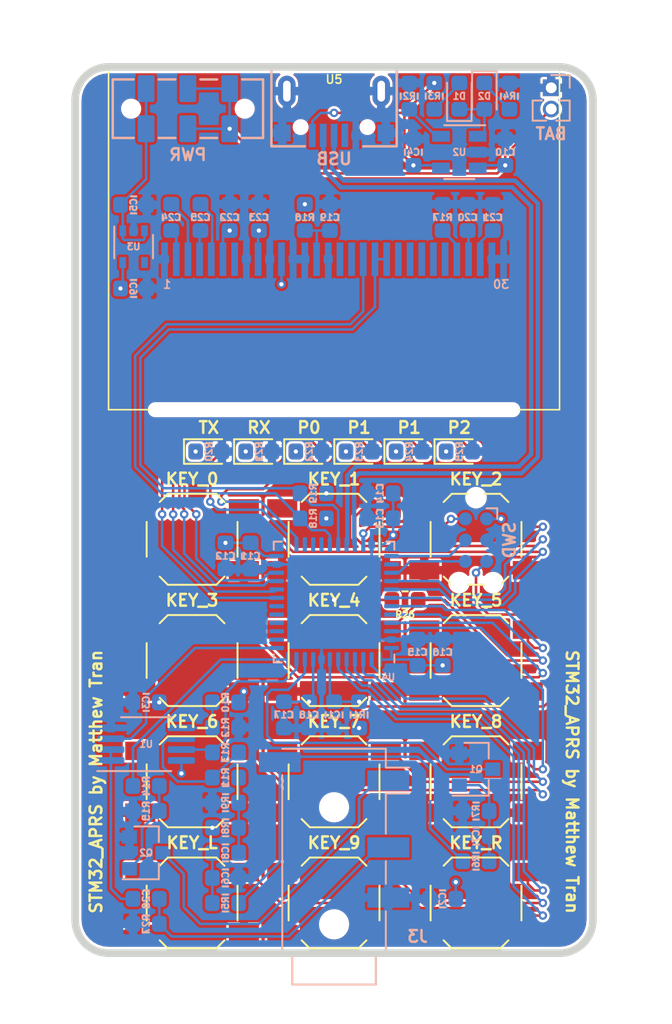
<source format=kicad_pcb>
(kicad_pcb (version 20171130) (host pcbnew "(5.1.6-0-10_14)")
  (layers (0 F.Cu signal) (31 B.Cu signal) (34 B.Paste user) (35 F.Paste user) (36 B.SilkS user) (37 F.SilkS user) (38 B.Mask user) (39 F.Mask user) (44 Edge.Cuts user))
  (net 0 "")
  (net 1 GND)
  (net 2 /NRST)
  (net 3 +3V3)
  (net 4 +5V)
  (net 5 "Net-(C5-Pad2)")
  (net 6 "Net-(C6-Pad1)")
  (net 7 "Net-(C7-Pad1)")
  (net 8 "Net-(C8-Pad1)")
  (net 9 +3V8)
  (net 10 "Net-(C19-Pad1)")
  (net 11 "Net-(C20-Pad1)")
  (net 12 "Net-(C21-Pad1)")
  (net 13 "Net-(C24-Pad2)")
  (net 14 "Net-(C24-Pad1)")
  (net 15 "Net-(C25-Pad2)")
  (net 16 "Net-(C25-Pad1)")
  (net 17 "Net-(D1-Pad1)")
  (net 18 "Net-(D2-Pad1)")
  (net 19 /TX_LED)
  (net 20 "Net-(D3-Pad1)")
  (net 21 /RX_LED)
  (net 22 "Net-(D4-Pad1)")
  (net 23 /LED_0)
  (net 24 "Net-(D5-Pad1)")
  (net 25 /LED_1)
  (net 26 "Net-(D6-Pad1)")
  (net 27 /LED_2)
  (net 28 "Net-(D7-Pad1)")
  (net 29 /LED_3)
  (net 30 "Net-(D8-Pad1)")
  (net 31 "Net-(J1-Pad4)")
  (net 32 /AUDIO_OUT)
  (net 33 /PTT)
  (net 34 /AUDIO_IN)
  (net 35 /SWO)
  (net 36 /SWCLK)
  (net 37 /SWDIO)
  (net 38 /RX_DET)
  (net 39 "Net-(Q2-Pad1)")
  (net 40 "Net-(R2-Pad1)")
  (net 41 "Net-(R10-Pad1)")
  (net 42 "Net-(R11-Pad1)")
  (net 43 /ADC_IN)
  (net 44 /TX_PTT)
  (net 45 "Net-(R17-Pad1)")
  (net 46 /SCL)
  (net 47 /SDA)
  (net 48 /KEY_0)
  (net 49 /KEY_3)
  (net 50 /KEY_6)
  (net 51 /KEY_L)
  (net 52 /KEY_1)
  (net 53 /BOOT0_KEY_4)
  (net 54 /KEY_7)
  (net 55 /KEY_9)
  (net 56 /KEY_2)
  (net 57 /KEY_5)
  (net 58 /KEY_8)
  (net 59 /KEY_R)
  (net 60 /DAC_OUT)
  (net 61 "Net-(U3-Pad4)")
  (net 62 "Net-(U4-Pad38)")
  (net 63 "Net-(U4-Pad29)")
  (net 64 "Net-(U4-Pad28)")
  (net 65 "Net-(U4-Pad27)")
  (net 66 "Net-(U4-Pad18)")
  (net 67 "Net-(U4-Pad17)")
  (net 68 "Net-(U4-Pad16)")
  (net 69 "Net-(U4-Pad15)")
  (net 70 "Net-(U4-Pad14)")
  (net 71 "Net-(U5-Pad16)")
  (net 72 "Net-(U5-Pad7)")
  (net 73 "Net-(U5-Pad17)")
  (net 74 "Net-(U5-Pad21)")
  (net 75 "Net-(U5-Pad22)")
  (net 76 "Net-(U5-Pad23)")
  (net 77 "Net-(U5-Pad24)")
  (net 78 "Net-(U5-Pad25)")
  (net 79 /USB_P)
  (net 80 /USB_N)
  (net 81 "Net-(D1-Pad2)")
  (net 82 "Net-(C26-Pad2)")
  (module Resistor_SMD:R_0603_1608Metric (layer B.Cu) (at 138.75 129.75 180)
    (fp_text reference R27 (at 0 0 90) (layer B.SilkS) (effects (font (size 0.4 0.4) (thickness 0.1)) (justify mirror)))
    (fp_text value 2.2k)
    (pad 2 smd roundrect (at 0.7875 0 180) (size 0.875 0.95) (layers B.Cu B.Paste B.Mask) (net 1 GND))
    (pad 1 smd roundrect (at -0.7875 0 180) (size 0.875 0.95) (layers B.Cu B.Paste B.Mask) (net 32 /AUDIO_OUT))
  )
  (module Capacitor_SMD:C_0603_1608Metric (layer B.Cu) (at 138.75 128.25 180)
    (fp_text reference C26 (at 0 0 90) (layer B.SilkS) (effects (font (size 0.4 0.4) (thickness 0.1)) (justify mirror)))
    (fp_text value 10u)
    (pad 2 smd roundrect (at 0.7875 0 180) (size 0.875 0.95) (layers B.Cu B.Paste B.Mask) (net 82 "Net-(C26-Pad2)"))
    (pad 1 smd roundrect (at -0.7875 0 180) (size 0.875 0.95) (layers B.Cu B.Paste B.Mask) (net 32 /AUDIO_OUT))
  )
  (module C&K:JS202011JAQN (layer B.Cu) (at 141.25 81)
    (fp_text reference PWR (at 0 2.75 180) (layer B.SilkS) (effects (font (size 0.7 0.7)) (justify mirror)))
    (fp_text value PWR_SW)
    (pad "" np_thru_hole circle (at 3.4 0) (size 0.9 0.9) (drill 0.9) (layers *.Cu *.Mask))
    (pad "" np_thru_hole circle (at -3.4 0) (size 0.9 0.9) (drill 0.9) (layers *.Cu *.Mask))
    (pad 6 smd roundrect (at 2.5 -1.2) (size 1 1.6) (layers B.Cu B.Paste B.Mask) (roundrect_rratio 0.1) (net 9 +3V8))
    (pad 5 smd roundrect (at 0 -1.2) (size 1 1.6) (layers B.Cu B.Paste B.Mask) (roundrect_rratio 0.1) (net 9 +3V8))
    (pad 4 smd roundrect (at -2.5 -1.2) (size 1 1.6) (layers B.Cu B.Paste B.Mask) (roundrect_rratio 0.1) (net 5 "Net-(C5-Pad2)"))
    (pad 3 smd roundrect (at 2.5 1.2) (size 1 1.6) (layers B.Cu B.Paste B.Mask) (roundrect_rratio 0.1) (net 9 +3V8))
    (pad 2 smd roundrect (at 0 1.2) (size 1 1.6) (layers B.Cu B.Paste B.Mask) (roundrect_rratio 0.1) (net 9 +3V8))
    (pad 1 smd roundrect (at -2.5 1.2) (size 1 1.6) (layers B.Cu B.Paste B.Mask) (roundrect_rratio 0.1) (net 5 "Net-(C5-Pad2)"))
  )
  (module SSD1306:SSD1306 (layer F.Cu) (at 150 90)
    (fp_text reference U5 (at 0 -10.75 -180) (layer F.SilkS) (effects (font (size 0.5 0.5) (thickness 0.1))))
    (fp_text value SSD1306)
    (fp_text user 30 (at 10 1.5075) (layer B.SilkS) (effects (font (size 0.5 0.5) (thickness 0.1)) (justify mirror)))
    (fp_text user 1 (at -10 1.5075) (layer B.SilkS) (effects (font (size 0.5 0.5) (thickness 0.1)) (justify mirror)))
    (pad 31 np_thru_hole oval (at 0 9) (size 22 0.6) (drill oval 22 0.6) (layers *.Cu *.Mask))
    (pad 15 smd rect (at -0.35 0) (size 0.4 2) (layers B.Cu B.Paste B.Mask) (net 1 GND))
    (pad 16 smd rect (at 0.35 0) (size 0.4 2) (layers B.Cu B.Paste B.Mask) (net 71 "Net-(U5-Pad16)"))
    (pad 1 smd rect (at -10.15 0) (size 0.4 2) (layers B.Cu B.Paste B.Mask) (net 1 GND))
    (pad 2 smd rect (at -9.45 0) (size 0.4 2) (layers B.Cu B.Paste B.Mask) (net 14 "Net-(C24-Pad1)"))
    (pad 3 smd rect (at -8.75 0) (size 0.4 2) (layers B.Cu B.Paste B.Mask) (net 13 "Net-(C24-Pad2)"))
    (pad 4 smd rect (at -8.05 0) (size 0.4 2) (layers B.Cu B.Paste B.Mask) (net 16 "Net-(C25-Pad1)"))
    (pad 5 smd rect (at -7.35 0) (size 0.4 2) (layers B.Cu B.Paste B.Mask) (net 15 "Net-(C25-Pad2)"))
    (pad 6 smd rect (at -6.65 0) (size 0.4 2) (layers B.Cu B.Paste B.Mask) (net 3 +3V3))
    (pad 7 smd rect (at -5.95 0) (size 0.4 2) (layers B.Cu B.Paste B.Mask) (net 72 "Net-(U5-Pad7)"))
    (pad 8 smd rect (at -5.25 0) (size 0.4 2) (layers B.Cu B.Paste B.Mask) (net 1 GND))
    (pad 9 smd rect (at -4.55 0) (size 0.4 2) (layers B.Cu B.Paste B.Mask) (net 3 +3V3))
    (pad 10 smd rect (at -3.85 0) (size 0.4 2) (layers B.Cu B.Paste B.Mask) (net 1 GND))
    (pad 11 smd rect (at -3.15 0) (size 0.4 2) (layers B.Cu B.Paste B.Mask) (net 3 +3V3))
    (pad 12 smd rect (at -2.45 0) (size 0.4 2) (layers B.Cu B.Paste B.Mask) (net 1 GND))
    (pad 13 smd rect (at -1.75 0) (size 0.4 2) (layers B.Cu B.Paste B.Mask) (net 1 GND))
    (pad 14 smd rect (at -1.05 0) (size 0.4 2) (layers B.Cu B.Paste B.Mask) (net 10 "Net-(C19-Pad1)"))
    (pad 17 smd rect (at 1.05 0) (size 0.4 2) (layers B.Cu B.Paste B.Mask) (net 73 "Net-(U5-Pad17)"))
    (pad 18 smd rect (at 1.75 0) (size 0.4 2) (layers B.Cu B.Paste B.Mask) (net 46 /SCL))
    (pad 19 smd rect (at 2.45 0) (size 0.4 2) (layers B.Cu B.Paste B.Mask) (net 47 /SDA))
    (pad 20 smd rect (at 3.15 0) (size 0.4 2) (layers B.Cu B.Paste B.Mask) (net 47 /SDA))
    (pad 21 smd rect (at 3.85 0) (size 0.4 2) (layers B.Cu B.Paste B.Mask) (net 74 "Net-(U5-Pad21)"))
    (pad 22 smd rect (at 4.55 0) (size 0.4 2) (layers B.Cu B.Paste B.Mask) (net 75 "Net-(U5-Pad22)"))
    (pad 23 smd rect (at 5.25 0) (size 0.4 2) (layers B.Cu B.Paste B.Mask) (net 76 "Net-(U5-Pad23)"))
    (pad 24 smd rect (at 5.95 0) (size 0.4 2) (layers B.Cu B.Paste B.Mask) (net 77 "Net-(U5-Pad24)"))
    (pad 25 smd rect (at 6.65 0) (size 0.4 2) (layers B.Cu B.Paste B.Mask) (net 78 "Net-(U5-Pad25)"))
    (pad 26 smd rect (at 7.35 0) (size 0.4 2) (layers B.Cu B.Paste B.Mask) (net 45 "Net-(R17-Pad1)"))
    (pad 27 smd rect (at 8.05 0) (size 0.4 2) (layers B.Cu B.Paste B.Mask) (net 11 "Net-(C20-Pad1)"))
    (pad 28 smd rect (at 8.75 0) (size 0.4 2) (layers B.Cu B.Paste B.Mask) (net 12 "Net-(C21-Pad1)"))
    (pad 29 smd rect (at 9.45 0) (size 0.4 2) (layers B.Cu B.Paste B.Mask) (net 1 GND))
    (pad 30 smd rect (at 10.15 0) (size 0.4 2) (layers B.Cu B.Paste B.Mask) (net 1 GND))
  )
  (module Package_TO_SOT_SMD:SOT-23-5 (layer B.Cu) (at 157.5 83.6 180)
    (fp_text reference U2 (at 0 0 180) (layer B.SilkS) (effects (font (size 0.4 0.4) (thickness 0.1)) (justify mirror)))
    (fp_text value MCP73831-2-OT)
    (pad 5 smd rect (at 1.1 0.95 180) (size 1.06 0.65) (layers B.Cu B.Paste B.Mask) (net 40 "Net-(R2-Pad1)"))
    (pad 4 smd rect (at 1.1 -0.95 180) (size 1.06 0.65) (layers B.Cu B.Paste B.Mask) (net 4 +5V))
    (pad 3 smd rect (at -1.1 -0.95 180) (size 1.06 0.65) (layers B.Cu B.Paste B.Mask) (net 9 +3V8))
    (pad 2 smd rect (at -1.1 0 180) (size 1.06 0.65) (layers B.Cu B.Paste B.Mask) (net 1 GND))
    (pad 1 smd rect (at -1.1 0.95 180) (size 1.06 0.65) (layers B.Cu B.Paste B.Mask) (net 17 "Net-(D1-Pad1)"))
  )
  (module LCSC:U254-051N-4BH83-F1B (layer B.Cu) (at 150 78.5)
    (fp_text reference USB (at 0 5.5) (layer B.SilkS) (effects (font (size 0.7 0.7)) (justify mirror)))
    (fp_text value USB_B_Micro)
    (pad 6 smd rect (at 3.1 3.95) (size 1 1) (layers B.Cu B.Paste B.Mask) (net 1 GND))
    (pad 6 smd rect (at -3.1 3.95) (size 1 1) (layers B.Cu B.Paste B.Mask) (net 1 GND))
    (pad "" np_thru_hole circle (at 2 3.6) (size 0.65 0.65) (drill 0.65) (layers *.Cu *.Mask))
    (pad "" np_thru_hole circle (at -2 3.6) (size 0.65 0.65) (drill 0.65) (layers *.Cu *.Mask))
    (pad 6 thru_hole oval (at 2.825 1.45) (size 1.05 1.85) (drill oval 0.45 1.25) (layers *.Cu *.Mask) (net 1 GND))
    (pad 6 thru_hole oval (at -2.825 1.45) (size 1.05 1.85) (drill oval 0.45 1.25) (layers *.Cu *.Mask) (net 1 GND))
    (pad 5 smd rect (at 1.3 4.1) (size 0.4 1.4) (layers B.Cu B.Paste B.Mask) (net 1 GND))
    (pad 4 smd rect (at 0.65 4.1) (size 0.4 1.4) (layers B.Cu B.Paste B.Mask) (net 31 "Net-(J1-Pad4)"))
    (pad 3 smd rect (at 0 4.1) (size 0.4 1.4) (layers B.Cu B.Paste B.Mask) (net 79 /USB_P))
    (pad 2 smd rect (at -0.65 4.1) (size 0.4 1.4) (layers B.Cu B.Paste B.Mask) (net 80 /USB_N))
    (pad 1 smd rect (at -1.3 4.1) (size 0.4 1.4) (layers B.Cu B.Paste B.Mask) (net 4 +5V))
  )
  (module Resistor_SMD:R_0603_1608Metric (layer F.Cu) (at 154.25 110.375 180)
    (fp_text reference R26 (at 0 -0.875 180) (layer F.SilkS) (effects (font (size 0.4 0.4) (thickness 0.1))))
    (fp_text value 10k)
    (pad 2 smd roundrect (at 0.7875 0 180) (size 0.875 0.95) (layers F.Cu F.Paste F.Mask) (net 1 GND))
    (pad 1 smd roundrect (at -0.7875 0 180) (size 0.875 0.95) (layers F.Cu F.Paste F.Mask) (net 53 /BOOT0_KEY_4))
  )
  (module Package_DFN_QFN:QFN-48-1EP_7x7mm_P0.5mm_EP5.6x5.6mm (layer B.Cu) (at 150 110.5 90)
    (fp_text reference U4 (at -4.5 3.25 180) (layer B.SilkS) (effects (font (size 0.4 0.4) (thickness 0.1)) (justify mirror)))
    (fp_text value STM32L433CCUx)
    (pad 49 smd rect (at 0 0 90) (size 5.6 5.6) (layers B.Cu B.Mask) (net 1 GND))
    (pad 48 smd roundrect (at -2.75 3.4375 90) (size 0.25 0.875) (layers B.Cu B.Paste B.Mask) (net 3 +3V3))
    (pad 47 smd roundrect (at -2.25 3.4375 90) (size 0.25 0.875) (layers B.Cu B.Paste B.Mask) (net 1 GND))
    (pad 46 smd roundrect (at -1.75 3.4375 90) (size 0.25 0.875) (layers B.Cu B.Paste B.Mask) (net 58 /KEY_8))
    (pad 45 smd roundrect (at -1.25 3.4375 90) (size 0.25 0.875) (layers B.Cu B.Paste B.Mask) (net 49 /KEY_3))
    (pad 44 smd roundrect (at -0.75 3.4375 90) (size 0.25 0.875) (layers B.Cu B.Paste B.Mask) (net 53 /BOOT0_KEY_4))
    (pad 43 smd roundrect (at -0.25 3.4375 90) (size 0.25 0.875) (layers B.Cu B.Paste B.Mask) (net 57 /KEY_5))
    (pad 42 smd roundrect (at 0.25 3.4375 90) (size 0.25 0.875) (layers B.Cu B.Paste B.Mask) (net 48 /KEY_0))
    (pad 41 smd roundrect (at 0.75 3.4375 90) (size 0.25 0.875) (layers B.Cu B.Paste B.Mask) (net 52 /KEY_1))
    (pad 40 smd roundrect (at 1.25 3.4375 90) (size 0.25 0.875) (layers B.Cu B.Paste B.Mask) (net 56 /KEY_2))
    (pad 39 smd roundrect (at 1.75 3.4375 90) (size 0.25 0.875) (layers B.Cu B.Paste B.Mask) (net 35 /SWO))
    (pad 38 smd roundrect (at 2.25 3.4375 90) (size 0.25 0.875) (layers B.Cu B.Paste B.Mask) (net 62 "Net-(U4-Pad38)"))
    (pad 37 smd roundrect (at 2.75 3.4375 90) (size 0.25 0.875) (layers B.Cu B.Paste B.Mask) (net 36 /SWCLK))
    (pad 36 smd roundrect (at 3.4375 2.75 90) (size 0.875 0.25) (layers B.Cu B.Paste B.Mask) (net 3 +3V3))
    (pad 35 smd roundrect (at 3.4375 2.25 90) (size 0.875 0.25) (layers B.Cu B.Paste B.Mask) (net 1 GND))
    (pad 34 smd roundrect (at 3.4375 1.75 90) (size 0.875 0.25) (layers B.Cu B.Paste B.Mask) (net 37 /SWDIO))
    (pad 33 smd roundrect (at 3.4375 1.25 90) (size 0.875 0.25) (layers B.Cu B.Paste B.Mask) (net 79 /USB_P))
    (pad 32 smd roundrect (at 3.4375 0.75 90) (size 0.875 0.25) (layers B.Cu B.Paste B.Mask) (net 80 /USB_N))
    (pad 31 smd roundrect (at 3.4375 0.25 90) (size 0.875 0.25) (layers B.Cu B.Paste B.Mask) (net 47 /SDA))
    (pad 30 smd roundrect (at 3.4375 -0.25 90) (size 0.875 0.25) (layers B.Cu B.Paste B.Mask) (net 46 /SCL))
    (pad 29 smd roundrect (at 3.4375 -0.75 90) (size 0.875 0.25) (layers B.Cu B.Paste B.Mask) (net 63 "Net-(U4-Pad29)"))
    (pad 28 smd roundrect (at 3.4375 -1.25 90) (size 0.875 0.25) (layers B.Cu B.Paste B.Mask) (net 64 "Net-(U4-Pad28)"))
    (pad 27 smd roundrect (at 3.4375 -1.75 90) (size 0.875 0.25) (layers B.Cu B.Paste B.Mask) (net 65 "Net-(U4-Pad27)"))
    (pad 26 smd roundrect (at 3.4375 -2.25 90) (size 0.875 0.25) (layers B.Cu B.Paste B.Mask) (net 21 /RX_LED))
    (pad 25 smd roundrect (at 3.4375 -2.75 90) (size 0.875 0.25) (layers B.Cu B.Paste B.Mask) (net 19 /TX_LED))
    (pad 24 smd roundrect (at 2.75 -3.4375 90) (size 0.25 0.875) (layers B.Cu B.Paste B.Mask) (net 3 +3V3))
    (pad 23 smd roundrect (at 2.25 -3.4375 90) (size 0.25 0.875) (layers B.Cu B.Paste B.Mask) (net 1 GND))
    (pad 22 smd roundrect (at 1.75 -3.4375 90) (size 0.25 0.875) (layers B.Cu B.Paste B.Mask) (net 23 /LED_0))
    (pad 21 smd roundrect (at 1.25 -3.4375 90) (size 0.25 0.875) (layers B.Cu B.Paste B.Mask) (net 25 /LED_1))
    (pad 20 smd roundrect (at 0.75 -3.4375 90) (size 0.25 0.875) (layers B.Cu B.Paste B.Mask) (net 27 /LED_2))
    (pad 19 smd roundrect (at 0.25 -3.4375 90) (size 0.25 0.875) (layers B.Cu B.Paste B.Mask) (net 29 /LED_3))
    (pad 18 smd roundrect (at -0.25 -3.4375 90) (size 0.25 0.875) (layers B.Cu B.Paste B.Mask) (net 66 "Net-(U4-Pad18)"))
    (pad 17 smd roundrect (at -0.75 -3.4375 90) (size 0.25 0.875) (layers B.Cu B.Paste B.Mask) (net 67 "Net-(U4-Pad17)"))
    (pad 16 smd roundrect (at -1.25 -3.4375 90) (size 0.25 0.875) (layers B.Cu B.Paste B.Mask) (net 68 "Net-(U4-Pad16)"))
    (pad 15 smd roundrect (at -1.75 -3.4375 90) (size 0.25 0.875) (layers B.Cu B.Paste B.Mask) (net 69 "Net-(U4-Pad15)"))
    (pad 14 smd roundrect (at -2.25 -3.4375 90) (size 0.25 0.875) (layers B.Cu B.Paste B.Mask) (net 70 "Net-(U4-Pad14)"))
    (pad 13 smd roundrect (at -2.75 -3.4375 90) (size 0.25 0.875) (layers B.Cu B.Paste B.Mask) (net 60 /DAC_OUT))
    (pad 12 smd roundrect (at -3.4375 -2.75 90) (size 0.875 0.25) (layers B.Cu B.Paste B.Mask) (net 44 /TX_PTT))
    (pad 11 smd roundrect (at -3.4375 -2.25 90) (size 0.875 0.25) (layers B.Cu B.Paste B.Mask) (net 43 /ADC_IN))
    (pad 10 smd roundrect (at -3.4375 -1.75 90) (size 0.875 0.25) (layers B.Cu B.Paste B.Mask) (net 38 /RX_DET))
    (pad 9 smd roundrect (at -3.4375 -1.25 90) (size 0.875 0.25) (layers B.Cu B.Paste B.Mask) (net 3 +3V3))
    (pad 8 smd roundrect (at -3.4375 -0.75 90) (size 0.875 0.25) (layers B.Cu B.Paste B.Mask) (net 1 GND))
    (pad 7 smd roundrect (at -3.4375 -0.25 90) (size 0.875 0.25) (layers B.Cu B.Paste B.Mask) (net 2 /NRST))
    (pad 6 smd roundrect (at -3.4375 0.25 90) (size 0.875 0.25) (layers B.Cu B.Paste B.Mask) (net 51 /KEY_L))
    (pad 5 smd roundrect (at -3.4375 0.75 90) (size 0.875 0.25) (layers B.Cu B.Paste B.Mask) (net 55 /KEY_9))
    (pad 4 smd roundrect (at -3.4375 1.25 90) (size 0.875 0.25) (layers B.Cu B.Paste B.Mask) (net 59 /KEY_R))
    (pad 3 smd roundrect (at -3.4375 1.75 90) (size 0.875 0.25) (layers B.Cu B.Paste B.Mask) (net 50 /KEY_6))
    (pad 2 smd roundrect (at -3.4375 2.25 90) (size 0.875 0.25) (layers B.Cu B.Paste B.Mask) (net 54 /KEY_7))
    (pad 1 smd roundrect (at -3.4375 2.75 90) (size 0.875 0.25) (layers B.Cu B.Paste B.Mask) (net 3 +3V3))
  )
  (module Package_TO_SOT_SMD:SOT-353_SC-70-5 (layer B.Cu) (at 138 89.25 270)
    (fp_text reference U3 (at 0 0 180) (layer B.SilkS) (effects (font (size 0.4 0.4) (thickness 0.1)) (justify mirror)))
    (fp_text value MIC5365-3.3YC5)
    (pad 5 smd rect (at 0.95 0.65 270) (size 0.65 0.4) (layers B.Cu B.Paste B.Mask) (net 3 +3V3))
    (pad 4 smd rect (at 0.95 -0.65 270) (size 0.65 0.4) (layers B.Cu B.Paste B.Mask) (net 61 "Net-(U3-Pad4)"))
    (pad 2 smd rect (at -0.95 0 270) (size 0.65 0.4) (layers B.Cu B.Paste B.Mask) (net 1 GND))
    (pad 3 smd rect (at -0.95 -0.65 270) (size 0.65 0.4) (layers B.Cu B.Paste B.Mask) (net 5 "Net-(C5-Pad2)"))
    (pad 1 smd rect (at -0.95 0.65 270) (size 0.65 0.4) (layers B.Cu B.Paste B.Mask) (net 5 "Net-(C5-Pad2)"))
  )
  (module Package_SO:MSOP-8_3x3mm_P0.65mm (layer B.Cu) (at 138.75 119)
    (fp_text reference U1 (at 0 0) (layer B.SilkS) (effects (font (size 0.4 0.4) (thickness 0.1)) (justify mirror)))
    (fp_text value MCP6L02x-xMS)
    (pad 8 smd roundrect (at 2.1125 0.975) (size 1.625 0.4) (layers B.Cu B.Paste B.Mask) (net 3 +3V3))
    (pad 7 smd roundrect (at 2.1125 0.325) (size 1.625 0.4) (layers B.Cu B.Paste B.Mask) (net 43 /ADC_IN))
    (pad 6 smd roundrect (at 2.1125 -0.325) (size 1.625 0.4) (layers B.Cu B.Paste B.Mask) (net 42 "Net-(R11-Pad1)"))
    (pad 5 smd roundrect (at 2.1125 -0.975) (size 1.625 0.4) (layers B.Cu B.Paste B.Mask) (net 41 "Net-(R10-Pad1)"))
    (pad 4 smd roundrect (at -2.1125 -0.975) (size 1.625 0.4) (layers B.Cu B.Paste B.Mask) (net 1 GND))
    (pad 3 smd roundrect (at -2.1125 -0.325) (size 1.625 0.4) (layers B.Cu B.Paste B.Mask) (net 60 /DAC_OUT))
    (pad 2 smd roundrect (at -2.1125 0.325) (size 1.625 0.4) (layers B.Cu B.Paste B.Mask) (net 82 "Net-(C26-Pad2)"))
    (pad 1 smd roundrect (at -2.1125 0.975) (size 1.625 0.4) (layers B.Cu B.Paste B.Mask) (net 82 "Net-(C26-Pad2)"))
  )
  (module Button_Switch_SMD:SW_SPST_SKQG_WithoutStem (layer F.Cu) (at 158.5 128.5)
    (fp_text reference KEY_R (at 0 -3.6) (layer F.SilkS) (effects (font (size 0.7 0.7))))
    (fp_text value KEY_R)
    (pad 2 smd rect (at 3.1 1.85) (size 1.8 1.1) (layers F.Cu F.Paste F.Mask) (net 3 +3V3))
    (pad 2 smd rect (at -3.1 1.85) (size 1.8 1.1) (layers F.Cu F.Paste F.Mask) (net 3 +3V3))
    (pad 1 smd rect (at 3.1 -1.85) (size 1.8 1.1) (layers F.Cu F.Paste F.Mask) (net 59 /KEY_R))
    (pad "" smd rect (at -3.1 -1.85) (size 1.8 1.1) (layers F.Cu F.Paste F.Mask))
  )
  (module Button_Switch_SMD:SW_SPST_SKQG_WithoutStem (layer F.Cu) (at 158.5 121.25)
    (fp_text reference KEY_8 (at 0 -3.6) (layer F.SilkS) (effects (font (size 0.7 0.7))))
    (fp_text value KEY_8)
    (pad 2 smd rect (at 3.1 1.85) (size 1.8 1.1) (layers F.Cu F.Paste F.Mask) (net 3 +3V3))
    (pad 2 smd rect (at -3.1 1.85) (size 1.8 1.1) (layers F.Cu F.Paste F.Mask) (net 3 +3V3))
    (pad 1 smd rect (at 3.1 -1.85) (size 1.8 1.1) (layers F.Cu F.Paste F.Mask) (net 58 /KEY_8))
    (pad "" smd rect (at -3.1 -1.85) (size 1.8 1.1) (layers F.Cu F.Paste F.Mask))
  )
  (module Button_Switch_SMD:SW_SPST_SKQG_WithoutStem (layer F.Cu) (at 158.5 114)
    (fp_text reference KEY_5 (at 0 -3.6) (layer F.SilkS) (effects (font (size 0.7 0.7))))
    (fp_text value KEY_5)
    (pad 2 smd rect (at 3.1 1.85) (size 1.8 1.1) (layers F.Cu F.Paste F.Mask) (net 3 +3V3))
    (pad 2 smd rect (at -3.1 1.85) (size 1.8 1.1) (layers F.Cu F.Paste F.Mask) (net 3 +3V3))
    (pad 1 smd rect (at 3.1 -1.85) (size 1.8 1.1) (layers F.Cu F.Paste F.Mask) (net 57 /KEY_5))
    (pad "" smd rect (at -3.1 -1.85) (size 1.8 1.1) (layers F.Cu F.Paste F.Mask))
  )
  (module Button_Switch_SMD:SW_SPST_SKQG_WithoutStem (layer F.Cu) (at 158.5 106.75)
    (fp_text reference KEY_2 (at 0 -3.6) (layer F.SilkS) (effects (font (size 0.7 0.7))))
    (fp_text value KEY_2)
    (pad 2 smd rect (at 3.1 1.85) (size 1.8 1.1) (layers F.Cu F.Paste F.Mask) (net 3 +3V3))
    (pad 2 smd rect (at -3.1 1.85) (size 1.8 1.1) (layers F.Cu F.Paste F.Mask) (net 3 +3V3))
    (pad 1 smd rect (at 3.1 -1.85) (size 1.8 1.1) (layers F.Cu F.Paste F.Mask) (net 56 /KEY_2))
    (pad "" smd rect (at -3.1 -1.85) (size 1.8 1.1) (layers F.Cu F.Paste F.Mask))
  )
  (module Button_Switch_SMD:SW_SPST_SKQG_WithoutStem (layer F.Cu) (at 150 128.5)
    (fp_text reference KEY_9 (at 0 -3.6) (layer F.SilkS) (effects (font (size 0.7 0.7))))
    (fp_text value KEY_9)
    (pad 2 smd rect (at 3.1 1.85) (size 1.8 1.1) (layers F.Cu F.Paste F.Mask) (net 3 +3V3))
    (pad 2 smd rect (at -3.1 1.85) (size 1.8 1.1) (layers F.Cu F.Paste F.Mask) (net 3 +3V3))
    (pad 1 smd rect (at 3.1 -1.85) (size 1.8 1.1) (layers F.Cu F.Paste F.Mask) (net 55 /KEY_9))
    (pad "" smd rect (at -3.1 -1.85) (size 1.8 1.1) (layers F.Cu F.Paste F.Mask))
  )
  (module Button_Switch_SMD:SW_SPST_SKQG_WithoutStem (layer F.Cu) (at 150 121.25)
    (fp_text reference KEY_7 (at 0 -3.6) (layer F.SilkS) (effects (font (size 0.7 0.7))))
    (fp_text value KEY_7)
    (pad 2 smd rect (at 3.1 1.85) (size 1.8 1.1) (layers F.Cu F.Paste F.Mask) (net 3 +3V3))
    (pad 2 smd rect (at -3.1 1.85) (size 1.8 1.1) (layers F.Cu F.Paste F.Mask) (net 3 +3V3))
    (pad 1 smd rect (at 3.1 -1.85) (size 1.8 1.1) (layers F.Cu F.Paste F.Mask) (net 54 /KEY_7))
    (pad "" smd rect (at -3.1 -1.85) (size 1.8 1.1) (layers F.Cu F.Paste F.Mask))
  )
  (module Button_Switch_SMD:SW_SPST_SKQG_WithoutStem (layer F.Cu) (at 150 114)
    (fp_text reference KEY_4 (at 0 -3.6) (layer F.SilkS) (effects (font (size 0.7 0.7))))
    (fp_text value KEY_4)
    (pad 2 smd rect (at 3.1 1.85) (size 1.8 1.1) (layers F.Cu F.Paste F.Mask) (net 3 +3V3))
    (pad 2 smd rect (at -3.1 1.85) (size 1.8 1.1) (layers F.Cu F.Paste F.Mask) (net 3 +3V3))
    (pad 1 smd rect (at 3.1 -1.85) (size 1.8 1.1) (layers F.Cu F.Paste F.Mask) (net 53 /BOOT0_KEY_4))
    (pad "" smd rect (at -3.1 -1.85) (size 1.8 1.1) (layers F.Cu F.Paste F.Mask))
  )
  (module Button_Switch_SMD:SW_SPST_SKQG_WithoutStem (layer F.Cu) (at 150 106.75)
    (fp_text reference KEY_1 (at 0 -3.6) (layer F.SilkS) (effects (font (size 0.7 0.7))))
    (fp_text value KEY_1)
    (pad 2 smd rect (at 3.1 1.85) (size 1.8 1.1) (layers F.Cu F.Paste F.Mask) (net 3 +3V3))
    (pad 2 smd rect (at -3.1 1.85) (size 1.8 1.1) (layers F.Cu F.Paste F.Mask) (net 3 +3V3))
    (pad 1 smd rect (at 3.1 -1.85) (size 1.8 1.1) (layers F.Cu F.Paste F.Mask) (net 52 /KEY_1))
    (pad "" smd rect (at -3.1 -1.85) (size 1.8 1.1) (layers F.Cu F.Paste F.Mask))
  )
  (module Button_Switch_SMD:SW_SPST_SKQG_WithoutStem (layer F.Cu) (at 141.5 128.5)
    (fp_text reference KEY_L (at 0 -3.6) (layer F.SilkS) (effects (font (size 0.7 0.7))))
    (fp_text value KEY_L)
    (pad 2 smd rect (at 3.1 1.85) (size 1.8 1.1) (layers F.Cu F.Paste F.Mask) (net 3 +3V3))
    (pad 2 smd rect (at -3.1 1.85) (size 1.8 1.1) (layers F.Cu F.Paste F.Mask) (net 3 +3V3))
    (pad 1 smd rect (at 3.1 -1.85) (size 1.8 1.1) (layers F.Cu F.Paste F.Mask) (net 51 /KEY_L))
    (pad "" smd rect (at -3.1 -1.85) (size 1.8 1.1) (layers F.Cu F.Paste F.Mask))
  )
  (module Button_Switch_SMD:SW_SPST_SKQG_WithoutStem (layer F.Cu) (at 141.5 121.25)
    (fp_text reference KEY_6 (at 0 -3.6) (layer F.SilkS) (effects (font (size 0.7 0.7))))
    (fp_text value KEY_6)
    (pad 2 smd rect (at 3.1 1.85) (size 1.8 1.1) (layers F.Cu F.Paste F.Mask) (net 3 +3V3))
    (pad 2 smd rect (at -3.1 1.85) (size 1.8 1.1) (layers F.Cu F.Paste F.Mask) (net 3 +3V3))
    (pad 1 smd rect (at 3.1 -1.85) (size 1.8 1.1) (layers F.Cu F.Paste F.Mask) (net 50 /KEY_6))
    (pad "" smd rect (at -3.1 -1.85) (size 1.8 1.1) (layers F.Cu F.Paste F.Mask))
  )
  (module Button_Switch_SMD:SW_SPST_SKQG_WithoutStem (layer F.Cu) (at 141.5 114)
    (fp_text reference KEY_3 (at 0 -3.6) (layer F.SilkS) (effects (font (size 0.7 0.7))))
    (fp_text value KEY_3)
    (pad 2 smd rect (at 3.1 1.85) (size 1.8 1.1) (layers F.Cu F.Paste F.Mask) (net 3 +3V3))
    (pad 2 smd rect (at -3.1 1.85) (size 1.8 1.1) (layers F.Cu F.Paste F.Mask) (net 3 +3V3))
    (pad 1 smd rect (at 3.1 -1.85) (size 1.8 1.1) (layers F.Cu F.Paste F.Mask) (net 49 /KEY_3))
    (pad "" smd rect (at -3.1 -1.85) (size 1.8 1.1) (layers F.Cu F.Paste F.Mask))
  )
  (module Button_Switch_SMD:SW_SPST_SKQG_WithoutStem (layer F.Cu) (at 141.5 106.75)
    (fp_text reference KEY_0 (at 0 -3.6) (layer F.SilkS) (effects (font (size 0.7 0.7))))
    (fp_text value KEY_0)
    (pad 2 smd rect (at 3.1 1.85) (size 1.8 1.1) (layers F.Cu F.Paste F.Mask) (net 3 +3V3))
    (pad 2 smd rect (at -3.1 1.85) (size 1.8 1.1) (layers F.Cu F.Paste F.Mask) (net 3 +3V3))
    (pad 1 smd rect (at 3.1 -1.85) (size 1.8 1.1) (layers F.Cu F.Paste F.Mask) (net 48 /KEY_0))
    (pad "" smd rect (at -3.1 -1.85) (size 1.8 1.1) (layers F.Cu F.Paste F.Mask))
  )
  (module Resistor_SMD:R_0603_1608Metric (layer B.Cu) (at 157.5 101.5 180)
    (fp_text reference R25 (at 0 0 90) (layer B.SilkS) (effects (font (size 0.4 0.4) (thickness 0.1)) (justify mirror)))
    (fp_text value 1k)
    (pad 2 smd roundrect (at 0.7875 0 180) (size 0.875 0.95) (layers B.Cu B.Paste B.Mask) (net 30 "Net-(D8-Pad1)"))
    (pad 1 smd roundrect (at -0.7875 0 180) (size 0.875 0.95) (layers B.Cu B.Paste B.Mask) (net 1 GND))
  )
  (module Resistor_SMD:R_0603_1608Metric (layer B.Cu) (at 154.5 101.5 180)
    (fp_text reference R24 (at 0 0 90) (layer B.SilkS) (effects (font (size 0.4 0.4) (thickness 0.1)) (justify mirror)))
    (fp_text value 1k)
    (pad 2 smd roundrect (at 0.7875 0 180) (size 0.875 0.95) (layers B.Cu B.Paste B.Mask) (net 28 "Net-(D7-Pad1)"))
    (pad 1 smd roundrect (at -0.7875 0 180) (size 0.875 0.95) (layers B.Cu B.Paste B.Mask) (net 1 GND))
  )
  (module Resistor_SMD:R_0603_1608Metric (layer B.Cu) (at 151.5 101.5 180)
    (fp_text reference R23 (at 0 0 90) (layer B.SilkS) (effects (font (size 0.4 0.4) (thickness 0.1)) (justify mirror)))
    (fp_text value 1k)
    (pad 2 smd roundrect (at 0.7875 0 180) (size 0.875 0.95) (layers B.Cu B.Paste B.Mask) (net 26 "Net-(D6-Pad1)"))
    (pad 1 smd roundrect (at -0.7875 0 180) (size 0.875 0.95) (layers B.Cu B.Paste B.Mask) (net 1 GND))
  )
  (module Resistor_SMD:R_0603_1608Metric (layer B.Cu) (at 148.5 101.5 180)
    (fp_text reference R22 (at 0 0 90) (layer B.SilkS) (effects (font (size 0.4 0.4) (thickness 0.1)) (justify mirror)))
    (fp_text value 1k)
    (pad 2 smd roundrect (at 0.7875 0 180) (size 0.875 0.95) (layers B.Cu B.Paste B.Mask) (net 24 "Net-(D5-Pad1)"))
    (pad 1 smd roundrect (at -0.7875 0 180) (size 0.875 0.95) (layers B.Cu B.Paste B.Mask) (net 1 GND))
  )
  (module Resistor_SMD:R_0603_1608Metric (layer B.Cu) (at 145.5 101.5 180)
    (fp_text reference R21 (at 0 0 90) (layer B.SilkS) (effects (font (size 0.4 0.4) (thickness 0.1)) (justify mirror)))
    (fp_text value 1k)
    (pad 2 smd roundrect (at 0.7875 0 180) (size 0.875 0.95) (layers B.Cu B.Paste B.Mask) (net 22 "Net-(D4-Pad1)"))
    (pad 1 smd roundrect (at -0.7875 0 180) (size 0.875 0.95) (layers B.Cu B.Paste B.Mask) (net 1 GND))
  )
  (module Resistor_SMD:R_0603_1608Metric (layer B.Cu) (at 142.5 101.5 180)
    (fp_text reference R20 (at 0 0 90) (layer B.SilkS) (effects (font (size 0.4 0.4) (thickness 0.1)) (justify mirror)))
    (fp_text value 1k)
    (pad 2 smd roundrect (at 0.7875 0 180) (size 0.875 0.95) (layers B.Cu B.Paste B.Mask) (net 20 "Net-(D3-Pad1)"))
    (pad 1 smd roundrect (at -0.7875 0 180) (size 0.875 0.95) (layers B.Cu B.Paste B.Mask) (net 1 GND))
  )
  (module Resistor_SMD:R_0603_1608Metric (layer B.Cu) (at 148.75 104 180)
    (fp_text reference R19 (at 0 0 90) (layer B.SilkS) (effects (font (size 0.4 0.4) (thickness 0.1)) (justify mirror)))
    (fp_text value 2.2k)
    (pad 2 smd roundrect (at 0.7875 0 180) (size 0.875 0.95) (layers B.Cu B.Paste B.Mask) (net 47 /SDA))
    (pad 1 smd roundrect (at -0.7875 0 180) (size 0.875 0.95) (layers B.Cu B.Paste B.Mask) (net 3 +3V3))
  )
  (module Resistor_SMD:R_0603_1608Metric (layer B.Cu) (at 148.75 105.5 180)
    (fp_text reference R18 (at 0 0 90) (layer B.SilkS) (effects (font (size 0.4 0.4) (thickness 0.1)) (justify mirror)))
    (fp_text value 2.2k)
    (pad 2 smd roundrect (at 0.7875 0 180) (size 0.875 0.95) (layers B.Cu B.Paste B.Mask) (net 46 /SCL))
    (pad 1 smd roundrect (at -0.7875 0 180) (size 0.875 0.95) (layers B.Cu B.Paste B.Mask) (net 3 +3V3))
  )
  (module Resistor_SMD:R_0603_1608Metric (layer B.Cu) (at 156.5 87.5 90)
    (fp_text reference R17 (at 0 0 180) (layer B.SilkS) (effects (font (size 0.4 0.4) (thickness 0.1)) (justify mirror)))
    (fp_text value 470k)
    (pad 2 smd roundrect (at 0.7875 0 90) (size 0.875 0.95) (layers B.Cu B.Paste B.Mask) (net 1 GND))
    (pad 1 smd roundrect (at -0.7875 0 90) (size 0.875 0.95) (layers B.Cu B.Paste B.Mask) (net 45 "Net-(R17-Pad1)"))
  )
  (module Resistor_SMD:R_0603_1608Metric (layer B.Cu) (at 148.25 87.5 270)
    (fp_text reference R16 (at 0 0 180) (layer B.SilkS) (effects (font (size 0.4 0.4) (thickness 0.1)) (justify mirror)))
    (fp_text value 10k)
    (pad 2 smd roundrect (at 0.7875 0 270) (size 0.875 0.95) (layers B.Cu B.Paste B.Mask) (net 10 "Net-(C19-Pad1)"))
    (pad 1 smd roundrect (at -0.7875 0 270) (size 0.875 0.95) (layers B.Cu B.Paste B.Mask) (net 3 +3V3))
  )
  (module Resistor_SMD:R_0603_1608Metric (layer B.Cu) (at 138.75 123 180)
    (fp_text reference R15 (at 0 0 90) (layer B.SilkS) (effects (font (size 0.4 0.4) (thickness 0.1)) (justify mirror)))
    (fp_text value 10k)
    (pad 2 smd roundrect (at 0.7875 0 180) (size 0.875 0.95) (layers B.Cu B.Paste B.Mask) (net 1 GND))
    (pad 1 smd roundrect (at -0.7875 0 180) (size 0.875 0.95) (layers B.Cu B.Paste B.Mask) (net 39 "Net-(Q2-Pad1)"))
  )
  (module Resistor_SMD:R_0603_1608Metric (layer B.Cu) (at 138.75 121.5 180)
    (fp_text reference R14 (at 0 0 90) (layer B.SilkS) (effects (font (size 0.4 0.4) (thickness 0.1)) (justify mirror)))
    (fp_text value 22)
    (pad 2 smd roundrect (at 0.7875 0 180) (size 0.875 0.95) (layers B.Cu B.Paste B.Mask) (net 44 /TX_PTT))
    (pad 1 smd roundrect (at -0.7875 0 180) (size 0.875 0.95) (layers B.Cu B.Paste B.Mask) (net 39 "Net-(Q2-Pad1)"))
  )
  (module Resistor_SMD:R_0603_1608Metric (layer B.Cu) (at 143.5 119.5)
    (fp_text reference R13 (at 0 0 270) (layer B.SilkS) (effects (font (size 0.4 0.4) (thickness 0.1)) (justify mirror)))
    (fp_text value 47k)
    (pad 2 smd roundrect (at 0.7875 0) (size 0.875 0.95) (layers B.Cu B.Paste B.Mask) (net 42 "Net-(R11-Pad1)"))
    (pad 1 smd roundrect (at -0.7875 0) (size 0.875 0.95) (layers B.Cu B.Paste B.Mask) (net 43 /ADC_IN))
  )
  (module Resistor_SMD:R_0603_1608Metric (layer B.Cu) (at 143.5 118 180)
    (fp_text reference R12 (at 0 0 90) (layer B.SilkS) (effects (font (size 0.4 0.4) (thickness 0.1)) (justify mirror)))
    (fp_text value 10k)
    (pad 2 smd roundrect (at 0.7875 0 180) (size 0.875 0.95) (layers B.Cu B.Paste B.Mask) (net 41 "Net-(R10-Pad1)"))
    (pad 1 smd roundrect (at -0.7875 0 180) (size 0.875 0.95) (layers B.Cu B.Paste B.Mask) (net 1 GND))
  )
  (module Resistor_SMD:R_0603_1608Metric (layer B.Cu) (at 143.5 121)
    (fp_text reference R11 (at 0 0 90) (layer B.SilkS) (effects (font (size 0.4 0.4) (thickness 0.1)) (justify mirror)))
    (fp_text value 10k)
    (pad 2 smd roundrect (at 0.7875 0) (size 0.875 0.95) (layers B.Cu B.Paste B.Mask) (net 8 "Net-(C8-Pad1)"))
    (pad 1 smd roundrect (at -0.7875 0) (size 0.875 0.95) (layers B.Cu B.Paste B.Mask) (net 42 "Net-(R11-Pad1)"))
  )
  (module Resistor_SMD:R_0603_1608Metric (layer B.Cu) (at 143.5 116.5)
    (fp_text reference R10 (at 0 0 90) (layer B.SilkS) (effects (font (size 0.4 0.4) (thickness 0.1)) (justify mirror)))
    (fp_text value 10k)
    (pad 2 smd roundrect (at 0.7875 0) (size 0.875 0.95) (layers B.Cu B.Paste B.Mask) (net 3 +3V3))
    (pad 1 smd roundrect (at -0.7875 0) (size 0.875 0.95) (layers B.Cu B.Paste B.Mask) (net 41 "Net-(R10-Pad1)"))
  )
  (module Resistor_SMD:R_0603_1608Metric (layer B.Cu) (at 143.5 122.5 180)
    (fp_text reference R9 (at 0 0 90) (layer B.SilkS) (effects (font (size 0.4 0.4) (thickness 0.1)) (justify mirror)))
    (fp_text value 1k)
    (pad 2 smd roundrect (at 0.7875 0 180) (size 0.875 0.95) (layers B.Cu B.Paste B.Mask) (net 1 GND))
    (pad 1 smd roundrect (at -0.7875 0 180) (size 0.875 0.95) (layers B.Cu B.Paste B.Mask) (net 8 "Net-(C8-Pad1)"))
  )
  (module Resistor_SMD:R_0603_1608Metric (layer B.Cu) (at 143.5 124)
    (fp_text reference R8 (at 0 0 90) (layer B.SilkS) (effects (font (size 0.4 0.4) (thickness 0.1)) (justify mirror)))
    (fp_text value 1k)
    (pad 2 smd roundrect (at 0.7875 0) (size 0.875 0.95) (layers B.Cu B.Paste B.Mask) (net 8 "Net-(C8-Pad1)"))
    (pad 1 smd roundrect (at -0.7875 0) (size 0.875 0.95) (layers B.Cu B.Paste B.Mask) (net 3 +3V3))
  )
  (module Resistor_SMD:R_0603_1608Metric (layer B.Cu) (at 158.5 123 180)
    (fp_text reference R7 (at 0 0 90) (layer B.SilkS) (effects (font (size 0.4 0.4) (thickness 0.1)) (justify mirror)))
    (fp_text value 22k)
    (pad 2 smd roundrect (at 0.7875 0 180) (size 0.875 0.95) (layers B.Cu B.Paste B.Mask) (net 1 GND))
    (pad 1 smd roundrect (at -0.7875 0 180) (size 0.875 0.95) (layers B.Cu B.Paste B.Mask) (net 7 "Net-(C7-Pad1)"))
  )
  (module Resistor_SMD:R_0603_1608Metric (layer B.Cu) (at 158.5 126 180)
    (fp_text reference R6 (at 0 0 90) (layer B.SilkS) (effects (font (size 0.4 0.4) (thickness 0.1)) (justify mirror)))
    (fp_text value 10k)
    (pad 2 smd roundrect (at 0.7875 0 180) (size 0.875 0.95) (layers B.Cu B.Paste B.Mask) (net 34 /AUDIO_IN))
    (pad 1 smd roundrect (at -0.7875 0 180) (size 0.875 0.95) (layers B.Cu B.Paste B.Mask) (net 7 "Net-(C7-Pad1)"))
  )
  (module Resistor_SMD:R_0603_1608Metric (layer B.Cu) (at 143.5 128.5)
    (fp_text reference R5 (at 0 0 270) (layer B.SilkS) (effects (font (size 0.4 0.4) (thickness 0.1)) (justify mirror)))
    (fp_text value 470)
    (pad 2 smd roundrect (at 0.7875 0) (size 0.875 0.95) (layers B.Cu B.Paste B.Mask) (net 34 /AUDIO_IN))
    (pad 1 smd roundrect (at -0.7875 0) (size 0.875 0.95) (layers B.Cu B.Paste B.Mask) (net 6 "Net-(C6-Pad1)"))
  )
  (module Resistor_SMD:R_0603_1608Metric (layer B.Cu) (at 160.5 80.25 270)
    (fp_text reference R4 (at 0 0 180) (layer B.SilkS) (effects (font (size 0.4 0.4) (thickness 0.1)) (justify mirror)))
    (fp_text value 2.2k)
    (pad 2 smd roundrect (at 0.7875 0 270) (size 0.875 0.95) (layers B.Cu B.Paste B.Mask) (net 18 "Net-(D2-Pad1)"))
    (pad 1 smd roundrect (at -0.7875 0 270) (size 0.875 0.95) (layers B.Cu B.Paste B.Mask) (net 1 GND))
  )
  (module Resistor_SMD:R_0603_1608Metric (layer B.Cu) (at 156 80.25 270)
    (fp_text reference R3 (at 0 0 180) (layer B.SilkS) (effects (font (size 0.4 0.4) (thickness 0.1)) (justify mirror)))
    (fp_text value 2.2k)
    (pad 2 smd roundrect (at 0.7875 0 270) (size 0.875 0.95) (layers B.Cu B.Paste B.Mask) (net 81 "Net-(D1-Pad2)"))
    (pad 1 smd roundrect (at -0.7875 0 270) (size 0.875 0.95) (layers B.Cu B.Paste B.Mask) (net 4 +5V))
  )
  (module Resistor_SMD:R_0603_1608Metric (layer B.Cu) (at 154.5 80.25 90)
    (fp_text reference R2 (at 0 0 180) (layer B.SilkS) (effects (font (size 0.4 0.4) (thickness 0.1)) (justify mirror)))
    (fp_text value 2.2k)
    (pad 2 smd roundrect (at 0.7875 0 90) (size 0.875 0.95) (layers B.Cu B.Paste B.Mask) (net 1 GND))
    (pad 1 smd roundrect (at -0.7875 0 90) (size 0.875 0.95) (layers B.Cu B.Paste B.Mask) (net 40 "Net-(R2-Pad1)"))
  )
  (module Resistor_SMD:R_0603_1608Metric (layer B.Cu) (at 151.5 117.25 90)
    (fp_text reference R1 (at 0 0 180) (layer B.SilkS) (effects (font (size 0.4 0.4) (thickness 0.1)) (justify mirror)))
    (fp_text value 10k)
    (pad 2 smd roundrect (at 0.7875 0 90) (size 0.875 0.95) (layers B.Cu B.Paste B.Mask) (net 2 /NRST))
    (pad 1 smd roundrect (at -0.7875 0 90) (size 0.875 0.95) (layers B.Cu B.Paste B.Mask) (net 3 +3V3))
  )
  (module Package_TO_SOT_SMD:SOT-23 (layer B.Cu) (at 138.75 125.5)
    (fp_text reference Q2 (at 0 0) (layer B.SilkS) (effects (font (size 0.4 0.4) (thickness 0.1)) (justify mirror)))
    (fp_text value DMG2302U)
    (pad 3 smd rect (at 1 0) (size 0.9 0.8) (layers B.Cu B.Paste B.Mask) (net 33 /PTT))
    (pad 2 smd rect (at -1 -0.95) (size 0.9 0.8) (layers B.Cu B.Paste B.Mask) (net 1 GND))
    (pad 1 smd rect (at -1 0.95) (size 0.9 0.8) (layers B.Cu B.Paste B.Mask) (net 39 "Net-(Q2-Pad1)"))
  )
  (module Package_TO_SOT_SMD:SOT-23 (layer B.Cu) (at 158.5 120.5)
    (fp_text reference Q1 (at 0 0) (layer B.SilkS) (effects (font (size 0.4 0.4) (thickness 0.1)) (justify mirror)))
    (fp_text value DMG2302U)
    (pad 3 smd rect (at 1 0) (size 0.9 0.8) (layers B.Cu B.Paste B.Mask) (net 38 /RX_DET))
    (pad 2 smd rect (at -1 -0.95) (size 0.9 0.8) (layers B.Cu B.Paste B.Mask) (net 1 GND))
    (pad 1 smd rect (at -1 0.95) (size 0.9 0.8) (layers B.Cu B.Paste B.Mask) (net 7 "Net-(C7-Pad1)"))
  )
  (module Connector:Tag-Connect_TC2030-IDC-NL_2x03_P1.27mm_Vertical (layer B.Cu) (at 158.5 106.8 270)
    (fp_text reference SWD (at 0 -2 90) (layer B.SilkS) (effects (font (size 0.7 0.7)) (justify mirror)))
    (fp_text value SWD)
    (pad 6 connect circle (at 1.27 0.635 270) (size 0.7874 0.7874) (layers B.Cu B.Mask) (net 35 /SWO))
    (pad 5 connect circle (at 1.27 -0.635 270) (size 0.7874 0.7874) (layers B.Cu B.Mask) (net 2 /NRST))
    (pad 4 connect circle (at 0 0.635 270) (size 0.7874 0.7874) (layers B.Cu B.Mask) (net 36 /SWCLK))
    (pad 3 connect circle (at 0 -0.635 270) (size 0.7874 0.7874) (layers B.Cu B.Mask) (net 1 GND))
    (pad 2 connect circle (at -1.27 0.635 270) (size 0.7874 0.7874) (layers B.Cu B.Mask) (net 37 /SWDIO))
    (pad 1 connect circle (at -1.27 -0.635 270) (size 0.7874 0.7874) (layers B.Cu B.Mask) (net 3 +3V3))
    (pad "" np_thru_hole circle (at -2.54 0 270) (size 0.9906 0.9906) (drill 0.9906) (layers *.Cu *.Mask))
    (pad "" np_thru_hole circle (at 2.54 -1.016 270) (size 0.9906 0.9906) (drill 0.9906) (layers *.Cu *.Mask))
    (pad "" np_thru_hole circle (at 2.54 1.016 270) (size 0.9906 0.9906) (drill 0.9906) (layers *.Cu *.Mask))
  )
  (module Connector_Audio:Jack_3.5mm_PJ320D_Horizontal (layer B.Cu) (at 150 125 90)
    (fp_text reference J3 (at -5.5 5 180) (layer B.SilkS) (effects (font (size 0.7 0.7)) (justify mirror)))
    (fp_text value Baofeng)
    (pad "" np_thru_hole circle (at 2.225 0 90) (size 1.5 1.5) (drill 1.5) (layers *.Cu *.Mask))
    (pad "" np_thru_hole circle (at -4.775 0 90) (size 1.5 1.5) (drill 1.5) (layers *.Cu *.Mask))
    (pad R2 smd rect (at -3.175 3.25 90) (size 1.2 2.5) (layers B.Cu B.Paste B.Mask) (net 1 GND))
    (pad R1 smd rect (at -0.175 3.25 90) (size 1.2 2.5) (layers B.Cu B.Paste B.Mask) (net 32 /AUDIO_OUT))
    (pad T smd rect (at 3.825 3.25 90) (size 1.2 2.5) (layers B.Cu B.Paste B.Mask) (net 33 /PTT))
    (pad S smd rect (at 4.925 -3.25 90) (size 1.2 2.5) (layers B.Cu B.Paste B.Mask) (net 34 /AUDIO_IN))
  )
  (module Connector_PinHeader_1.27mm:PinHeader_1x02_P1.27mm_Vertical (layer B.Cu) (at 163 79.75 180)
    (fp_text reference BAT (at 0 -2.75) (layer B.SilkS) (effects (font (size 0.7 0.7)) (justify mirror)))
    (fp_text value BAT)
    (pad 2 thru_hole oval (at 0 -1.27 180) (size 1 1) (drill 0.65) (layers *.Cu *.Mask) (net 9 +3V8))
    (pad 1 thru_hole rect (at 0 0 180) (size 1 1) (drill 0.65) (layers *.Cu *.Mask) (net 1 GND))
  )
  (module LED_SMD:LED_0603_1608Metric (layer F.Cu) (at 157.5 101.5)
    (fp_text reference P2 (at 0 -1.43) (layer F.SilkS) (effects (font (size 0.7 0.7))))
    (fp_text value LED3)
    (pad 2 smd roundrect (at 0.7875 0) (size 0.875 0.95) (layers F.Cu F.Paste F.Mask) (net 29 /LED_3))
    (pad 1 smd roundrect (at -0.7875 0) (size 0.875 0.95) (layers F.Cu F.Paste F.Mask) (net 30 "Net-(D8-Pad1)"))
  )
  (module LED_SMD:LED_0603_1608Metric (layer F.Cu) (at 154.5 101.5)
    (fp_text reference P1 (at 0 -1.43) (layer F.SilkS) (effects (font (size 0.7 0.7))))
    (fp_text value LED2)
    (pad 2 smd roundrect (at 0.7875 0) (size 0.875 0.95) (layers F.Cu F.Paste F.Mask) (net 27 /LED_2))
    (pad 1 smd roundrect (at -0.7875 0) (size 0.875 0.95) (layers F.Cu F.Paste F.Mask) (net 28 "Net-(D7-Pad1)"))
  )
  (module LED_SMD:LED_0603_1608Metric (layer F.Cu) (at 151.5 101.5)
    (fp_text reference P1 (at 0 -1.43) (layer F.SilkS) (effects (font (size 0.7 0.7))))
    (fp_text value LED1)
    (pad 2 smd roundrect (at 0.7875 0) (size 0.875 0.95) (layers F.Cu F.Paste F.Mask) (net 25 /LED_1))
    (pad 1 smd roundrect (at -0.7875 0) (size 0.875 0.95) (layers F.Cu F.Paste F.Mask) (net 26 "Net-(D6-Pad1)"))
  )
  (module LED_SMD:LED_0603_1608Metric (layer F.Cu) (at 148.5 101.5)
    (fp_text reference P0 (at 0 -1.43) (layer F.SilkS) (effects (font (size 0.7 0.7))))
    (fp_text value LED0)
    (pad 2 smd roundrect (at 0.7875 0) (size 0.875 0.95) (layers F.Cu F.Paste F.Mask) (net 23 /LED_0))
    (pad 1 smd roundrect (at -0.7875 0) (size 0.875 0.95) (layers F.Cu F.Paste F.Mask) (net 24 "Net-(D5-Pad1)"))
  )
  (module LED_SMD:LED_0603_1608Metric (layer F.Cu) (at 145.5 101.5)
    (fp_text reference RX (at 0 -1.43) (layer F.SilkS) (effects (font (size 0.7 0.7))))
    (fp_text value RX)
    (pad 2 smd roundrect (at 0.7875 0) (size 0.875 0.95) (layers F.Cu F.Paste F.Mask) (net 21 /RX_LED))
    (pad 1 smd roundrect (at -0.7875 0) (size 0.875 0.95) (layers F.Cu F.Paste F.Mask) (net 22 "Net-(D4-Pad1)"))
  )
  (module LED_SMD:LED_0603_1608Metric (layer F.Cu) (at 142.5 101.5)
    (fp_text reference TX (at 0 -1.43) (layer F.SilkS) (effects (font (size 0.7 0.7))))
    (fp_text value TX)
    (pad 2 smd roundrect (at 0.7875 0) (size 0.875 0.95) (layers F.Cu F.Paste F.Mask) (net 19 /TX_LED))
    (pad 1 smd roundrect (at -0.7875 0) (size 0.875 0.95) (layers F.Cu F.Paste F.Mask) (net 20 "Net-(D3-Pad1)"))
  )
  (module LED_SMD:LED_0603_1608Metric (layer B.Cu) (at 159 80.25 270)
    (fp_text reference D2 (at 0 0 180) (layer B.SilkS) (effects (font (size 0.4 0.4) (thickness 0.1)) (justify mirror)))
    (fp_text value FULL)
    (pad 2 smd roundrect (at 0.7875 0 270) (size 0.875 0.95) (layers B.Cu B.Paste B.Mask) (net 17 "Net-(D1-Pad1)"))
    (pad 1 smd roundrect (at -0.7875 0 270) (size 0.875 0.95) (layers B.Cu B.Paste B.Mask) (net 18 "Net-(D2-Pad1)"))
  )
  (module LED_SMD:LED_0603_1608Metric (layer B.Cu) (at 157.5 80.25 90)
    (fp_text reference D1 (at 0 0 180) (layer B.SilkS) (effects (font (size 0.4 0.4) (thickness 0.1)) (justify mirror)))
    (fp_text value CHRG)
    (pad 2 smd roundrect (at 0.7875 0 90) (size 0.875 0.95) (layers B.Cu B.Paste B.Mask) (net 81 "Net-(D1-Pad2)"))
    (pad 1 smd roundrect (at -0.7875 0 90) (size 0.875 0.95) (layers B.Cu B.Paste B.Mask) (net 17 "Net-(D1-Pad1)"))
  )
  (module Capacitor_SMD:C_0603_1608Metric (layer B.Cu) (at 142 87.5 90)
    (fp_text reference C25 (at 0 0 180) (layer B.SilkS) (effects (font (size 0.4 0.4) (thickness 0.1)) (justify mirror)))
    (fp_text value 1u)
    (pad 2 smd roundrect (at 0.7875 0 90) (size 0.875 0.95) (layers B.Cu B.Paste B.Mask) (net 15 "Net-(C25-Pad2)"))
    (pad 1 smd roundrect (at -0.7875 0 90) (size 0.875 0.95) (layers B.Cu B.Paste B.Mask) (net 16 "Net-(C25-Pad1)"))
  )
  (module Capacitor_SMD:C_0603_1608Metric (layer B.Cu) (at 140.25 87.5 90)
    (fp_text reference C24 (at 0 0 180) (layer B.SilkS) (effects (font (size 0.4 0.4) (thickness 0.1)) (justify mirror)))
    (fp_text value 1u)
    (pad 2 smd roundrect (at 0.7875 0 90) (size 0.875 0.95) (layers B.Cu B.Paste B.Mask) (net 13 "Net-(C24-Pad2)"))
    (pad 1 smd roundrect (at -0.7875 0 90) (size 0.875 0.95) (layers B.Cu B.Paste B.Mask) (net 14 "Net-(C24-Pad1)"))
  )
  (module Capacitor_SMD:C_0603_1608Metric (layer B.Cu) (at 145.5 87.5 90)
    (fp_text reference C23 (at 0 0 180) (layer B.SilkS) (effects (font (size 0.4 0.4) (thickness 0.1)) (justify mirror)))
    (fp_text value 1u)
    (pad 2 smd roundrect (at 0.7875 0 90) (size 0.875 0.95) (layers B.Cu B.Paste B.Mask) (net 1 GND))
    (pad 1 smd roundrect (at -0.7875 0 90) (size 0.875 0.95) (layers B.Cu B.Paste B.Mask) (net 3 +3V3))
  )
  (module Capacitor_SMD:C_0603_1608Metric (layer B.Cu) (at 143.75 87.5 90)
    (fp_text reference C22 (at 0 0 180) (layer B.SilkS) (effects (font (size 0.4 0.4) (thickness 0.1)) (justify mirror)))
    (fp_text value 1u)
    (pad 2 smd roundrect (at 0.7875 0 90) (size 0.875 0.95) (layers B.Cu B.Paste B.Mask) (net 1 GND))
    (pad 1 smd roundrect (at -0.7875 0 90) (size 0.875 0.95) (layers B.Cu B.Paste B.Mask) (net 3 +3V3))
  )
  (module Capacitor_SMD:C_0603_1608Metric (layer B.Cu) (at 159.5 87.5 90)
    (fp_text reference C21 (at 0 0 180) (layer B.SilkS) (effects (font (size 0.4 0.4) (thickness 0.1)) (justify mirror)))
    (fp_text value 1u)
    (pad 2 smd roundrect (at 0.7875 0 90) (size 0.875 0.95) (layers B.Cu B.Paste B.Mask) (net 1 GND))
    (pad 1 smd roundrect (at -0.7875 0 90) (size 0.875 0.95) (layers B.Cu B.Paste B.Mask) (net 12 "Net-(C21-Pad1)"))
  )
  (module Capacitor_SMD:C_0603_1608Metric (layer B.Cu) (at 158 87.5 90)
    (fp_text reference C20 (at 0 0 180) (layer B.SilkS) (effects (font (size 0.4 0.4) (thickness 0.1)) (justify mirror)))
    (fp_text value 1u)
    (pad 2 smd roundrect (at 0.7875 0 90) (size 0.875 0.95) (layers B.Cu B.Paste B.Mask) (net 1 GND))
    (pad 1 smd roundrect (at -0.7875 0 90) (size 0.875 0.95) (layers B.Cu B.Paste B.Mask) (net 11 "Net-(C20-Pad1)"))
  )
  (module Capacitor_SMD:C_0603_1608Metric (layer B.Cu) (at 149.75 87.5 90)
    (fp_text reference C19 (at 0 0 180) (layer B.SilkS) (effects (font (size 0.4 0.4) (thickness 0.1)) (justify mirror)))
    (fp_text value 100n)
    (pad 2 smd roundrect (at 0.7875 0 90) (size 0.875 0.95) (layers B.Cu B.Paste B.Mask) (net 1 GND))
    (pad 1 smd roundrect (at -0.7875 0 90) (size 0.875 0.95) (layers B.Cu B.Paste B.Mask) (net 10 "Net-(C19-Pad1)"))
  )
  (module Capacitor_SMD:C_0603_1608Metric (layer B.Cu) (at 148.5 117.25 270)
    (fp_text reference C18 (at 0 0 180) (layer B.SilkS) (effects (font (size 0.4 0.4) (thickness 0.1)) (justify mirror)))
    (fp_text value 1u)
    (pad 2 smd roundrect (at 0.7875 0 270) (size 0.875 0.95) (layers B.Cu B.Paste B.Mask) (net 1 GND))
    (pad 1 smd roundrect (at -0.7875 0 270) (size 0.875 0.95) (layers B.Cu B.Paste B.Mask) (net 3 +3V3))
  )
  (module Capacitor_SMD:C_0603_1608Metric (layer B.Cu) (at 147 117.25 270)
    (fp_text reference C17 (at 0 0 180) (layer B.SilkS) (effects (font (size 0.4 0.4) (thickness 0.1)) (justify mirror)))
    (fp_text value 100n)
    (pad 2 smd roundrect (at 0.7875 0 270) (size 0.875 0.95) (layers B.Cu B.Paste B.Mask) (net 1 GND))
    (pad 1 smd roundrect (at -0.7875 0 270) (size 0.875 0.95) (layers B.Cu B.Paste B.Mask) (net 3 +3V3))
  )
  (module Capacitor_SMD:C_0603_1608Metric (layer B.Cu) (at 156.5 113.5 90)
    (fp_text reference C16 (at 0 0 180) (layer B.SilkS) (effects (font (size 0.4 0.4) (thickness 0.1)) (justify mirror)))
    (fp_text value 1u)
    (pad 2 smd roundrect (at 0.7875 0 90) (size 0.875 0.95) (layers B.Cu B.Paste B.Mask) (net 1 GND))
    (pad 1 smd roundrect (at -0.7875 0 90) (size 0.875 0.95) (layers B.Cu B.Paste B.Mask) (net 3 +3V3))
  )
  (module Capacitor_SMD:C_0603_1608Metric (layer B.Cu) (at 155 113.5 90)
    (fp_text reference C15 (at 0 0 180) (layer B.SilkS) (effects (font (size 0.4 0.4) (thickness 0.1)) (justify mirror)))
    (fp_text value 100n)
    (pad 2 smd roundrect (at 0.7875 0 90) (size 0.875 0.95) (layers B.Cu B.Paste B.Mask) (net 1 GND))
    (pad 1 smd roundrect (at -0.7875 0 90) (size 0.875 0.95) (layers B.Cu B.Paste B.Mask) (net 3 +3V3))
  )
  (module Capacitor_SMD:C_0603_1608Metric (layer B.Cu) (at 152.75 104 180)
    (fp_text reference C14 (at 0 0 90) (layer B.SilkS) (effects (font (size 0.4 0.4) (thickness 0.1)) (justify mirror)))
    (fp_text value 1u)
    (pad 2 smd roundrect (at 0.7875 0 180) (size 0.875 0.95) (layers B.Cu B.Paste B.Mask) (net 1 GND))
    (pad 1 smd roundrect (at -0.7875 0 180) (size 0.875 0.95) (layers B.Cu B.Paste B.Mask) (net 3 +3V3))
  )
  (module Capacitor_SMD:C_0603_1608Metric (layer B.Cu) (at 152.75 105.5 180)
    (fp_text reference C13 (at 0 0 90) (layer B.SilkS) (effects (font (size 0.4 0.4) (thickness 0.1)) (justify mirror)))
    (fp_text value 100n)
    (pad 2 smd roundrect (at 0.7875 0 180) (size 0.875 0.95) (layers B.Cu B.Paste B.Mask) (net 1 GND))
    (pad 1 smd roundrect (at -0.7875 0 180) (size 0.875 0.95) (layers B.Cu B.Paste B.Mask) (net 3 +3V3))
  )
  (module Capacitor_SMD:C_0603_1608Metric (layer B.Cu) (at 143.5 107.75 270)
    (fp_text reference C12 (at 0 0 180) (layer B.SilkS) (effects (font (size 0.4 0.4) (thickness 0.1)) (justify mirror)))
    (fp_text value 1u)
    (pad 2 smd roundrect (at 0.7875 0 270) (size 0.875 0.95) (layers B.Cu B.Paste B.Mask) (net 1 GND))
    (pad 1 smd roundrect (at -0.7875 0 270) (size 0.875 0.95) (layers B.Cu B.Paste B.Mask) (net 3 +3V3))
  )
  (module Capacitor_SMD:C_0603_1608Metric (layer B.Cu) (at 145 107.75 270)
    (fp_text reference C11 (at 0 0 180) (layer B.SilkS) (effects (font (size 0.4 0.4) (thickness 0.1)) (justify mirror)))
    (fp_text value 100n)
    (pad 2 smd roundrect (at 0.7875 0 270) (size 0.875 0.95) (layers B.Cu B.Paste B.Mask) (net 1 GND))
    (pad 1 smd roundrect (at -0.7875 0 270) (size 0.875 0.95) (layers B.Cu B.Paste B.Mask) (net 3 +3V3))
  )
  (module Capacitor_SMD:C_0603_1608Metric (layer B.Cu) (at 160.25 83.6 90)
    (fp_text reference C10 (at 0 0 180) (layer B.SilkS) (effects (font (size 0.4 0.4) (thickness 0.1)) (justify mirror)))
    (fp_text value 10u)
    (pad 2 smd roundrect (at 0.7875 0 90) (size 0.875 0.95) (layers B.Cu B.Paste B.Mask) (net 1 GND))
    (pad 1 smd roundrect (at -0.7875 0 90) (size 0.875 0.95) (layers B.Cu B.Paste B.Mask) (net 9 +3V8))
  )
  (module Capacitor_SMD:C_0603_1608Metric (layer B.Cu) (at 138 91.75)
    (fp_text reference C9 (at 0 0 90) (layer B.SilkS) (effects (font (size 0.4 0.4) (thickness 0.1)) (justify mirror)))
    (fp_text value 1u)
    (pad 2 smd roundrect (at 0.7875 0) (size 0.875 0.95) (layers B.Cu B.Paste B.Mask) (net 1 GND))
    (pad 1 smd roundrect (at -0.7875 0) (size 0.875 0.95) (layers B.Cu B.Paste B.Mask) (net 3 +3V3))
  )
  (module Capacitor_SMD:C_0603_1608Metric (layer B.Cu) (at 143.5 125.5 180)
    (fp_text reference C8 (at 0 0 90) (layer B.SilkS) (effects (font (size 0.4 0.4) (thickness 0.1)) (justify mirror)))
    (fp_text value 1u)
    (pad 2 smd roundrect (at 0.7875 0 180) (size 0.875 0.95) (layers B.Cu B.Paste B.Mask) (net 6 "Net-(C6-Pad1)"))
    (pad 1 smd roundrect (at -0.7875 0 180) (size 0.875 0.95) (layers B.Cu B.Paste B.Mask) (net 8 "Net-(C8-Pad1)"))
  )
  (module Capacitor_SMD:C_0603_1608Metric (layer B.Cu) (at 158.5 124.5 180)
    (fp_text reference C7 (at 0 0 90) (layer B.SilkS) (effects (font (size 0.4 0.4) (thickness 0.1)) (justify mirror)))
    (fp_text value 10u)
    (pad 2 smd roundrect (at 0.7875 0 180) (size 0.875 0.95) (layers B.Cu B.Paste B.Mask) (net 1 GND))
    (pad 1 smd roundrect (at -0.7875 0 180) (size 0.875 0.95) (layers B.Cu B.Paste B.Mask) (net 7 "Net-(C7-Pad1)"))
  )
  (module Capacitor_SMD:C_0603_1608Metric (layer B.Cu) (at 143.5 127)
    (fp_text reference C6 (at 0 0 90) (layer B.SilkS) (effects (font (size 0.4 0.4) (thickness 0.1)) (justify mirror)))
    (fp_text value 100n)
    (pad 2 smd roundrect (at 0.7875 0) (size 0.875 0.95) (layers B.Cu B.Paste B.Mask) (net 1 GND))
    (pad 1 smd roundrect (at -0.7875 0) (size 0.875 0.95) (layers B.Cu B.Paste B.Mask) (net 6 "Net-(C6-Pad1)"))
  )
  (module Capacitor_SMD:C_0603_1608Metric (layer B.Cu) (at 138 86.75 180)
    (fp_text reference C5 (at 0 0 270) (layer B.SilkS) (effects (font (size 0.4 0.4) (thickness 0.1)) (justify mirror)))
    (fp_text value 1u)
    (pad 2 smd roundrect (at 0.7875 0 180) (size 0.875 0.95) (layers B.Cu B.Paste B.Mask) (net 5 "Net-(C5-Pad2)"))
    (pad 1 smd roundrect (at -0.7875 0 180) (size 0.875 0.95) (layers B.Cu B.Paste B.Mask) (net 1 GND))
  )
  (module Capacitor_SMD:C_0603_1608Metric (layer B.Cu) (at 154.75 83.6 270)
    (fp_text reference C4 (at 0 0 180) (layer B.SilkS) (effects (font (size 0.4 0.4) (thickness 0.1)) (justify mirror)))
    (fp_text value 10u)
    (pad 2 smd roundrect (at 0.7875 0 270) (size 0.875 0.95) (layers B.Cu B.Paste B.Mask) (net 4 +5V))
    (pad 1 smd roundrect (at -0.7875 0 270) (size 0.875 0.95) (layers B.Cu B.Paste B.Mask) (net 1 GND))
  )
  (module Capacitor_SMD:C_0603_1608Metric (layer B.Cu) (at 138.75 116.5)
    (fp_text reference C3 (at 0 0 90) (layer B.SilkS) (effects (font (size 0.4 0.4) (thickness 0.1)) (justify mirror)))
    (fp_text value 100n)
    (pad 2 smd roundrect (at 0.7875 0) (size 0.875 0.95) (layers B.Cu B.Paste B.Mask) (net 3 +3V3))
    (pad 1 smd roundrect (at -0.7875 0) (size 0.875 0.95) (layers B.Cu B.Paste B.Mask) (net 1 GND))
  )
  (module Capacitor_SMD:C_0603_1608Metric (layer B.Cu) (at 156.5 128.25)
    (fp_text reference C2 (at 0 0 90) (layer B.SilkS) (effects (font (size 0.4 0.4) (thickness 0.1)) (justify mirror)))
    (fp_text value 10u)
    (pad 2 smd roundrect (at 0.7875 0) (size 0.875 0.95) (layers B.Cu B.Paste B.Mask) (net 3 +3V3))
    (pad 1 smd roundrect (at -0.7875 0) (size 0.875 0.95) (layers B.Cu B.Paste B.Mask) (net 1 GND))
  )
  (module Capacitor_SMD:C_0603_1608Metric (layer B.Cu) (at 150 117.25 270)
    (fp_text reference C1 (at 0 0 180) (layer B.SilkS) (effects (font (size 0.4 0.4) (thickness 0.1)) (justify mirror)))
    (fp_text value 100n)
    (pad 2 smd roundrect (at 0.7875 0 270) (size 0.875 0.95) (layers B.Cu B.Paste B.Mask) (net 1 GND))
    (pad 1 smd roundrect (at -0.7875 0 270) (size 0.875 0.95) (layers B.Cu B.Paste B.Mask) (net 2 /NRST))
  )
  (gr_text "STM32_APRS by Matthew Tran" (at 135.75 121.25 90) (layer F.SilkS) (effects (font (size 0.7 0.7))))
  (gr_text "STM32_APRS by Matthew Tran" (at 164.25 121.25 270) (layer F.SilkS) (effects (font (size 0.7 0.7))))
  (gr_line (start 165.5 80.5) (end 165.5 129.5) (layer Edge.Cuts) (width 0.4572))
  (gr_line (start 134.5 129.5) (end 134.5 80.5) (layer Edge.Cuts) (width 0.4572))
  (gr_arc (start 136.5 129.5) (end 136.5 131.5) (angle 90) (layer Edge.Cuts) (width 0.4572))
  (gr_arc (start 163.5 129.5) (end 163.5 131.5) (angle -90) (layer Edge.Cuts) (width 0.4572))
  (gr_arc (start 136.5 80.5) (end 136.5 78.5) (angle -90) (layer Edge.Cuts) (width 0.4572))
  (gr_arc (start 163.5 80.5) (end 163.5 78.5) (angle 90) (layer Edge.Cuts) (width 0.4572))
  (gr_line (start 163.5 78.5) (end 136.5 78.5) (layer Edge.Cuts) (width 0.4572))
  (gr_line (start 136.5 131.5) (end 163.5 131.5) (layer Edge.Cuts) (width 0.4572))
  (via (at 150 110.375) (size 0.508) (drill 0.254) (layers F.Cu B.Cu) (net 1))
  (segment (start 152.25 108.25) (end 150 110.5) (width 0.1524) (layer B.Cu) (net 1))
  (segment (start 152.25 107.0625) (end 152.25 108.25) (width 0.1524) (layer B.Cu) (net 1))
  (segment (start 152.25 112.75) (end 150 110.5) (width 0.1524) (layer B.Cu) (net 1))
  (segment (start 153.4375 112.75) (end 152.25 112.75) (width 0.1524) (layer B.Cu) (net 1))
  (segment (start 149.25 111.25) (end 150 110.5) (width 0.1524) (layer B.Cu) (net 1))
  (segment (start 149.25 113.9375) (end 149.25 111.25) (width 0.1524) (layer B.Cu) (net 1))
  (segment (start 147.75 108.25) (end 150 110.5) (width 0.1524) (layer B.Cu) (net 1))
  (segment (start 146.5625 108.25) (end 147.75 108.25) (width 0.1524) (layer B.Cu) (net 1))
  (segment (start 153.4625 110.375) (end 150 110.375) (width 0.1524) (layer F.Cu) (net 1))
  (segment (start 151.5 116.4625) (end 151.5 116.4625) (width 0.1524) (layer B.Cu) (net 2))
  (segment (start 149.75 116.2125) (end 150 116.4625) (width 0.1524) (layer B.Cu) (net 2))
  (segment (start 149.75 113.9375) (end 149.75 116.2125) (width 0.1524) (layer B.Cu) (net 2))
  (segment (start 151.5 116.4625) (end 150 116.4625) (width 0.1524) (layer B.Cu) (net 2))
  (via (at 151.5 116.4625) (size 0.508) (drill 0.254) (layers F.Cu B.Cu) (net 2))
  (via (at 158.5 108.75) (size 0.508) (drill 0.254) (layers F.Cu B.Cu) (net 2))
  (segment (start 158.5 108.705) (end 159.135 108.07) (width 0.1524) (layer B.Cu) (net 2))
  (segment (start 158.5 108.75) (end 158.5 108.705) (width 0.1524) (layer B.Cu) (net 2))
  (segment (start 162.561482 111.25) (end 159.25 111.25) (width 0.1524) (layer F.Cu) (net 2))
  (segment (start 159.25 111.25) (end 158.5 110.5) (width 0.1524) (layer F.Cu) (net 2))
  (segment (start 162.982601 116.328881) (end 162.982601 111.671119) (width 0.1524) (layer F.Cu) (net 2))
  (segment (start 162.561482 116.75) (end 162.982601 116.328881) (width 0.1524) (layer F.Cu) (net 2))
  (segment (start 151.7875 116.75) (end 162.561482 116.75) (width 0.1524) (layer F.Cu) (net 2))
  (segment (start 162.982601 111.671119) (end 162.561482 111.25) (width 0.1524) (layer F.Cu) (net 2))
  (segment (start 158.5 110.5) (end 158.5 108.75) (width 0.1524) (layer F.Cu) (net 2))
  (segment (start 151.5 116.4625) (end 151.7875 116.75) (width 0.1524) (layer F.Cu) (net 2))
  (via (at 144.6 115.85) (size 0.508) (drill 0.254) (layers F.Cu B.Cu) (net 3))
  (via (at 142.7125 124) (size 0.508) (drill 0.254) (layers F.Cu B.Cu) (net 3))
  (via (at 139.5375 116.5) (size 0.508) (drill 0.254) (layers F.Cu B.Cu) (net 3))
  (via (at 151.5 118.0375) (size 0.508) (drill 0.254) (layers F.Cu B.Cu) (net 3))
  (via (at 149.5375 105.5) (size 0.508) (drill 0.254) (layers F.Cu B.Cu) (net 3))
  (via (at 149.5375 104) (size 0.508) (drill 0.254) (layers F.Cu B.Cu) (net 3))
  (via (at 157.2875 127.25) (size 0.508) (drill 0.254) (layers F.Cu B.Cu) (net 3))
  (via (at 140.8625 120.75) (size 0.508) (drill 0.254) (layers F.Cu B.Cu) (net 3))
  (via (at 156.5 114.2875) (size 0.508) (drill 0.254) (layers F.Cu B.Cu) (net 3))
  (via (at 146.85 91.5) (size 0.508) (drill 0.254) (layers F.Cu B.Cu) (net 3))
  (via (at 148.25 86.7125) (size 0.508) (drill 0.254) (layers F.Cu B.Cu) (net 3))
  (segment (start 145.45 88.3375) (end 145.5 88.2875) (width 0.1524) (layer B.Cu) (net 3))
  (segment (start 145.45 90) (end 145.45 88.3375) (width 0.1524) (layer B.Cu) (net 3))
  (segment (start 143.35 88.6875) (end 143.75 88.2875) (width 0.1524) (layer B.Cu) (net 3))
  (segment (start 143.35 90) (end 143.35 88.6875) (width 0.1524) (layer B.Cu) (net 3))
  (segment (start 145.5 88.2875) (end 145.5 88.2875) (width 0.1524) (layer B.Cu) (net 3))
  (via (at 145.5 88.2875) (size 0.508) (drill 0.254) (layers F.Cu B.Cu) (net 3))
  (segment (start 143.75 88.2875) (end 143.75 88.2875) (width 0.1524) (layer B.Cu) (net 3))
  (via (at 143.75 88.2875) (size 0.508) (drill 0.254) (layers F.Cu B.Cu) (net 3))
  (segment (start 146.85 91.5) (end 146.85 90) (width 0.1524) (layer B.Cu) (net 3))
  (segment (start 137.35 91.6125) (end 137.23125 91.73125) (width 0.1524) (layer B.Cu) (net 3))
  (segment (start 137.35 90.2) (end 137.35 91.6125) (width 0.1524) (layer B.Cu) (net 3))
  (segment (start 137.23125 91.73125) (end 137.2125 91.75) (width 0.1524) (layer B.Cu) (net 3))
  (via (at 137.2125 91.75) (size 0.508) (drill 0.254) (layers F.Cu B.Cu) (net 3))
  (segment (start 153.5375 104) (end 153.5375 105.5) (width 0.1524) (layer B.Cu) (net 3))
  (segment (start 145.7875 107.75) (end 145 106.9625) (width 0.1524) (layer B.Cu) (net 3))
  (segment (start 146.5625 107.75) (end 145.7875 107.75) (width 0.1524) (layer B.Cu) (net 3))
  (segment (start 145 106.9625) (end 143.5 106.9625) (width 0.1524) (layer B.Cu) (net 3))
  (segment (start 143.5 106.9625) (end 143.5 106.9625) (width 0.1524) (layer B.Cu) (net 3))
  (via (at 143.5 106.9625) (size 0.508) (drill 0.254) (layers F.Cu B.Cu) (net 3))
  (segment (start 147 116.4625) (end 148.5 116.4625) (width 0.1524) (layer B.Cu) (net 3))
  (segment (start 148.75 116.2125) (end 148.5 116.4625) (width 0.1524) (layer B.Cu) (net 3))
  (segment (start 148.75 113.9375) (end 148.75 116.2125) (width 0.1524) (layer B.Cu) (net 3))
  (via (at 160 105.53) (size 0.508) (drill 0.254) (layers F.Cu B.Cu) (net 3))
  (segment (start 159.135 105.53) (end 160 105.53) (width 0.1524) (layer B.Cu) (net 3))
  (via (at 153.5375 106.5) (size 0.508) (drill 0.254) (layers F.Cu B.Cu) (net 3))
  (segment (start 153.5375 105.5) (end 153.5375 106.5) (width 0.1524) (layer B.Cu) (net 3))
  (segment (start 152.75 107.0625) (end 152.975 107.0625) (width 0.1524) (layer B.Cu) (net 3))
  (segment (start 152.975 107.0625) (end 153.5375 106.5) (width 0.1524) (layer B.Cu) (net 3))
  (segment (start 156.5 114.2875) (end 155 114.2875) (width 0.1524) (layer B.Cu) (net 3))
  (segment (start 154.65 113.9375) (end 155 114.2875) (width 0.1524) (layer B.Cu) (net 3))
  (segment (start 153.4375 113.25) (end 153.4375 113.9375) (width 0.1524) (layer B.Cu) (net 3))
  (segment (start 153.4375 113.9375) (end 154.65 113.9375) (width 0.1524) (layer B.Cu) (net 3))
  (segment (start 152.75 113.9375) (end 153.4375 113.9375) (width 0.1524) (layer B.Cu) (net 3))
  (segment (start 148.5 116.4625) (end 148.5 116.4625) (width 0.1524) (layer B.Cu) (net 3))
  (via (at 148.5 116.4625) (size 0.508) (drill 0.254) (layers F.Cu B.Cu) (net 3))
  (segment (start 140.8625 120.75) (end 140.8625 119.975) (width 0.1524) (layer B.Cu) (net 3))
  (segment (start 157.2875 128.25) (end 157.2875 127.25) (width 0.1524) (layer B.Cu) (net 3))
  (segment (start 144.6 116.1875) (end 144.2875 116.5) (width 0.1524) (layer B.Cu) (net 3))
  (segment (start 144.6 115.85) (end 144.6 116.1875) (width 0.1524) (layer B.Cu) (net 3))
  (via (at 154.75 84.3875) (size 0.508) (drill 0.254) (layers F.Cu B.Cu) (net 4))
  (via (at 156 79.4625) (size 0.508) (drill 0.254) (layers F.Cu B.Cu) (net 4))
  (via (at 150 81.25) (size 0.508) (drill 0.254) (layers F.Cu B.Cu) (net 4))
  (segment (start 149.1976 81.25) (end 150 81.25) (width 0.1524) (layer B.Cu) (net 4))
  (segment (start 148.7 81.7476) (end 149.1976 81.25) (width 0.1524) (layer B.Cu) (net 4))
  (segment (start 148.7 82.6) (end 148.7 81.7476) (width 0.1524) (layer B.Cu) (net 4))
  (segment (start 156.2375 84.3875) (end 156.4 84.55) (width 0.1524) (layer B.Cu) (net 4))
  (segment (start 154.75 84.3875) (end 156.2375 84.3875) (width 0.1524) (layer B.Cu) (net 4))
  (segment (start 154.2125 81.25) (end 156 79.4625) (width 0.1524) (layer F.Cu) (net 4))
  (segment (start 150 81.25) (end 154.2125 81.25) (width 0.1524) (layer F.Cu) (net 4))
  (segment (start 154.2125 83.85) (end 154.75 84.3875) (width 0.1524) (layer F.Cu) (net 4))
  (segment (start 154.2125 81.25) (end 154.2125 83.85) (width 0.1524) (layer F.Cu) (net 4))
  (segment (start 138.75 79.8) (end 138.75 82.2) (width 0.1524) (layer B.Cu) (net 5))
  (segment (start 138.65 88.7774) (end 138.65 88.3) (width 0.1524) (layer B.Cu) (net 5))
  (segment (start 137.426201 88.853601) (end 138.573799 88.853601) (width 0.1524) (layer B.Cu) (net 5))
  (segment (start 138.573799 88.853601) (end 138.65 88.7774) (width 0.1524) (layer B.Cu) (net 5))
  (segment (start 137.35 88.7774) (end 137.426201 88.853601) (width 0.1524) (layer B.Cu) (net 5))
  (segment (start 137.35 88.3) (end 137.35 88.7774) (width 0.1524) (layer B.Cu) (net 5))
  (segment (start 137.35 86.8875) (end 137.2125 86.75) (width 0.1524) (layer B.Cu) (net 5))
  (segment (start 137.35 88.3) (end 137.35 86.8875) (width 0.1524) (layer B.Cu) (net 5))
  (segment (start 138.75 85.2125) (end 137.2125 86.75) (width 0.1524) (layer B.Cu) (net 5))
  (segment (start 138.75 82.2) (end 138.75 85.2125) (width 0.1524) (layer B.Cu) (net 5))
  (segment (start 142.7125 128.5) (end 142.7125 125.5) (width 0.1524) (layer B.Cu) (net 6))
  (segment (start 159.2875 126) (end 159.2875 123) (width 0.1524) (layer B.Cu) (net 7))
  (segment (start 159.2875 122.0375) (end 159.2875 123) (width 0.1524) (layer B.Cu) (net 7))
  (segment (start 158.7 121.45) (end 159.2875 122.0375) (width 0.1524) (layer B.Cu) (net 7))
  (segment (start 157.5 121.45) (end 158.7 121.45) (width 0.1524) (layer B.Cu) (net 7))
  (segment (start 144.2875 125.5) (end 144.2875 121) (width 0.1524) (layer B.Cu) (net 8))
  (via (at 160.25 84.3875) (size 0.508) (drill 0.254) (layers F.Cu B.Cu) (net 9))
  (segment (start 141.25 79.8) (end 143.75 79.8) (width 0.1524) (layer B.Cu) (net 9))
  (segment (start 141.25 82.2) (end 143.75 82.2) (width 0.1524) (layer B.Cu) (net 9))
  (segment (start 143.75 79.8) (end 143.75 82.2) (width 0.1524) (layer B.Cu) (net 9))
  (segment (start 158.7625 84.3875) (end 158.6 84.55) (width 0.1524) (layer B.Cu) (net 9))
  (segment (start 160.25 84.3875) (end 158.7625 84.3875) (width 0.1524) (layer B.Cu) (net 9))
  (segment (start 143.75 82.2) (end 143.75 82.2) (width 0.1524) (layer B.Cu) (net 9))
  (via (at 143.75 82.2) (size 0.508) (drill 0.254) (layers F.Cu B.Cu) (net 9))
  (segment (start 159.767399 84.870101) (end 160.25 84.3875) (width 0.1524) (layer F.Cu) (net 9))
  (segment (start 146.420101 84.870101) (end 159.767399 84.870101) (width 0.1524) (layer F.Cu) (net 9))
  (segment (start 143.75 82.2) (end 146.420101 84.870101) (width 0.1524) (layer F.Cu) (net 9))
  (segment (start 160.25 83.77) (end 163 81.02) (width 0.1524) (layer F.Cu) (net 9))
  (segment (start 160.25 84.3875) (end 160.25 83.77) (width 0.1524) (layer F.Cu) (net 9))
  (segment (start 148.9625 89.9875) (end 148.95 90) (width 0.1524) (layer B.Cu) (net 10))
  (segment (start 148.9625 88.2875) (end 148.9625 89.9875) (width 0.1524) (layer B.Cu) (net 10))
  (segment (start 149.75 88.2875) (end 148.9625 88.2875) (width 0.1524) (layer B.Cu) (net 10))
  (segment (start 148.9625 88.2875) (end 148.25 88.2875) (width 0.1524) (layer B.Cu) (net 10))
  (segment (start 158.05 88.3375) (end 158 88.2875) (width 0.1524) (layer B.Cu) (net 11))
  (segment (start 158.05 90) (end 158.05 88.3375) (width 0.1524) (layer B.Cu) (net 11))
  (segment (start 159.4625 88.2875) (end 159.5 88.2875) (width 0.1524) (layer B.Cu) (net 12))
  (segment (start 158.75 89) (end 159.4625 88.2875) (width 0.1524) (layer B.Cu) (net 12))
  (segment (start 158.75 90) (end 158.75 89) (width 0.1524) (layer B.Cu) (net 12))
  (segment (start 141.25 87.7125) (end 140.25 86.7125) (width 0.1524) (layer B.Cu) (net 13))
  (segment (start 141.25 90) (end 141.25 87.7125) (width 0.1524) (layer B.Cu) (net 13))
  (segment (start 140.55 88.5875) (end 140.25 88.2875) (width 0.1524) (layer B.Cu) (net 14))
  (segment (start 140.55 90) (end 140.55 88.5875) (width 0.1524) (layer B.Cu) (net 14))
  (segment (start 142.70361 87.41611) (end 142 86.7125) (width 0.1524) (layer B.Cu) (net 15))
  (segment (start 142.70361 89.94639) (end 142.70361 87.41611) (width 0.1524) (layer B.Cu) (net 15))
  (segment (start 142.65 90) (end 142.70361 89.94639) (width 0.1524) (layer B.Cu) (net 15))
  (segment (start 141.95 88.3375) (end 142 88.2875) (width 0.1524) (layer B.Cu) (net 16))
  (segment (start 141.95 90) (end 141.95 88.3375) (width 0.1524) (layer B.Cu) (net 16))
  (segment (start 157.5 81.0375) (end 159 81.0375) (width 0.1524) (layer B.Cu) (net 17))
  (segment (start 158.75 82.5) (end 158.6 82.65) (width 0.1524) (layer B.Cu) (net 17))
  (segment (start 159 82.5) (end 158.75 82.5) (width 0.1524) (layer B.Cu) (net 17))
  (segment (start 159 81.0375) (end 159 82.5) (width 0.1524) (layer B.Cu) (net 17))
  (segment (start 159 79.5375) (end 160.5 81.0375) (width 0.1524) (layer B.Cu) (net 18))
  (segment (start 159 79.4625) (end 159 79.5375) (width 0.1524) (layer B.Cu) (net 18))
  (segment (start 147.25 107.0625) (end 147.25 106.556066) (width 0.1524) (layer B.Cu) (net 19))
  (via (at 142.589597 104.5) (size 0.508) (drill 0.254) (layers F.Cu B.Cu) (net 19))
  (segment (start 142.589597 104.553847) (end 142.589597 104.5) (width 0.1524) (layer B.Cu) (net 19))
  (segment (start 143.018351 104.982601) (end 142.589597 104.553847) (width 0.1524) (layer B.Cu) (net 19))
  (segment (start 145.676535 104.982601) (end 143.018351 104.982601) (width 0.1524) (layer B.Cu) (net 19))
  (segment (start 147.25 106.556066) (end 145.676535 104.982601) (width 0.1524) (layer B.Cu) (net 19))
  (segment (start 142.589597 102.197903) (end 143.2875 101.5) (width 0.1524) (layer F.Cu) (net 19))
  (segment (start 142.589597 104.5) (end 142.589597 102.197903) (width 0.1524) (layer F.Cu) (net 19))
  (via (at 141.7125 101.5) (size 0.508) (drill 0.254) (layers F.Cu B.Cu) (net 20))
  (segment (start 147.75 106.625) (end 145.625 104.5) (width 0.1524) (layer B.Cu) (net 21))
  (via (at 143.25 104.5) (size 0.508) (drill 0.254) (layers F.Cu B.Cu) (net 21))
  (segment (start 145.625 104.5) (end 143.25 104.5) (width 0.1524) (layer B.Cu) (net 21))
  (segment (start 147.75 107.0625) (end 147.75 106.625) (width 0.1524) (layer B.Cu) (net 21))
  (segment (start 143.25 104.14079) (end 143.64079 103.75) (width 0.1524) (layer F.Cu) (net 21))
  (segment (start 143.25 104.5) (end 143.25 104.14079) (width 0.1524) (layer F.Cu) (net 21))
  (segment (start 143.64079 103.75) (end 145.75 103.75) (width 0.1524) (layer F.Cu) (net 21))
  (segment (start 146.2875 103.2125) (end 146.2875 101.5) (width 0.1524) (layer F.Cu) (net 21))
  (segment (start 145.75 103.75) (end 146.2875 103.2125) (width 0.1524) (layer F.Cu) (net 21))
  (via (at 144.7125 101.5) (size 0.508) (drill 0.254) (layers F.Cu B.Cu) (net 22))
  (via (at 141.75 105.25) (size 0.508) (drill 0.254) (layers F.Cu B.Cu) (net 23))
  (segment (start 146.5625 108.75) (end 146.125 108.75) (width 0.1524) (layer B.Cu) (net 23))
  (segment (start 143.058446 109.20361) (end 141.75 107.895164) (width 0.1524) (layer B.Cu) (net 23))
  (segment (start 146.125 108.75) (end 145.67139 109.20361) (width 0.1524) (layer B.Cu) (net 23))
  (segment (start 141.04639 101.058446) (end 141.04639 104.54639) (width 0.1524) (layer F.Cu) (net 23))
  (segment (start 145.67139 109.20361) (end 143.058446 109.20361) (width 0.1524) (layer B.Cu) (net 23))
  (segment (start 141.75 107.895164) (end 141.75 105.25) (width 0.1524) (layer B.Cu) (net 23))
  (segment (start 149.2875 101.5) (end 148.58389 100.79639) (width 0.1524) (layer F.Cu) (net 23))
  (segment (start 148.58389 100.79639) (end 141.308446 100.79639) (width 0.1524) (layer F.Cu) (net 23))
  (segment (start 141.308446 100.79639) (end 141.04639 101.058446) (width 0.1524) (layer F.Cu) (net 23))
  (segment (start 141.04639 104.54639) (end 141.75 105.25) (width 0.1524) (layer F.Cu) (net 23))
  (via (at 147.7125 101.5) (size 0.508) (drill 0.254) (layers F.Cu B.Cu) (net 24))
  (segment (start 141.027324 107.603554) (end 141.027324 105.25) (width 0.1524) (layer B.Cu) (net 25))
  (segment (start 142.932189 109.508419) (end 141.027324 107.603554) (width 0.1524) (layer B.Cu) (net 25))
  (segment (start 146.5625 109.25) (end 146.056066 109.25) (width 0.1524) (layer B.Cu) (net 25))
  (via (at 141.027324 105.25) (size 0.508) (drill 0.254) (layers F.Cu B.Cu) (net 25))
  (segment (start 145.797646 109.50842) (end 142.932189 109.508419) (width 0.1524) (layer B.Cu) (net 25))
  (segment (start 146.056066 109.25) (end 145.797646 109.50842) (width 0.1524) (layer B.Cu) (net 25))
  (segment (start 152.2875 101.5) (end 151.27908 100.49158) (width 0.1524) (layer F.Cu) (net 25))
  (segment (start 140.741579 104.672646) (end 141.027324 104.95839) (width 0.1524) (layer F.Cu) (net 25))
  (segment (start 140.741579 100.93219) (end 140.741579 104.672646) (width 0.1524) (layer F.Cu) (net 25))
  (segment (start 141.027324 104.95839) (end 141.027324 105.25) (width 0.1524) (layer F.Cu) (net 25))
  (segment (start 151.27908 100.49158) (end 141.18219 100.491579) (width 0.1524) (layer F.Cu) (net 25))
  (segment (start 141.18219 100.491579) (end 140.741579 100.93219) (width 0.1524) (layer F.Cu) (net 25))
  (via (at 150.7125 101.5) (size 0.508) (drill 0.254) (layers F.Cu B.Cu) (net 26))
  (segment (start 140.366786 107.374082) (end 140.366786 105.257017) (width 0.1524) (layer B.Cu) (net 27))
  (segment (start 142.867704 109.875) (end 140.366786 107.374082) (width 0.1524) (layer B.Cu) (net 27))
  (segment (start 140.366786 100.875917) (end 140.366786 105.257017) (width 0.1524) (layer F.Cu) (net 27))
  (segment (start 153.97427 100.18677) (end 141.055934 100.186769) (width 0.1524) (layer F.Cu) (net 27))
  (segment (start 141.055934 100.186769) (end 140.366786 100.875917) (width 0.1524) (layer F.Cu) (net 27))
  (via (at 140.366786 105.257017) (size 0.508) (drill 0.254) (layers F.Cu B.Cu) (net 27))
  (segment (start 146.4375 109.875) (end 142.867704 109.875) (width 0.1524) (layer B.Cu) (net 27))
  (segment (start 155.2875 101.5) (end 153.97427 100.18677) (width 0.1524) (layer F.Cu) (net 27))
  (segment (start 146.5625 109.75) (end 146.4375 109.875) (width 0.1524) (layer B.Cu) (net 27))
  (via (at 153.7125 101.5) (size 0.508) (drill 0.254) (layers F.Cu B.Cu) (net 28))
  (segment (start 139.706412 101.105226) (end 139.706412 105.249904) (width 0.1524) (layer F.Cu) (net 29))
  (segment (start 158.2875 101.5) (end 156.66946 99.88196) (width 0.1524) (layer F.Cu) (net 29))
  (segment (start 146.5625 110.25) (end 142.811638 110.25) (width 0.1524) (layer B.Cu) (net 29))
  (segment (start 156.66946 99.88196) (end 140.929678 99.88196) (width 0.1524) (layer F.Cu) (net 29))
  (segment (start 140.929678 99.88196) (end 139.706412 101.105226) (width 0.1524) (layer F.Cu) (net 29))
  (via (at 139.706412 105.249904) (size 0.508) (drill 0.254) (layers F.Cu B.Cu) (net 29))
  (segment (start 139.706412 107.144774) (end 139.706412 105.249904) (width 0.1524) (layer B.Cu) (net 29))
  (segment (start 142.811638 110.25) (end 139.706412 107.144774) (width 0.1524) (layer B.Cu) (net 29))
  (via (at 156.7125 101.5) (size 0.508) (drill 0.254) (layers F.Cu B.Cu) (net 30))
  (segment (start 139.5375 128.25) (end 139.5375 129.75) (width 0.1524) (layer B.Cu) (net 32))
  (segment (start 152.613335 125.175) (end 153.25 125.175) (width 0.1524) (layer B.Cu) (net 32))
  (segment (start 147.288335 130.5) (end 152.613335 125.175) (width 0.1524) (layer B.Cu) (net 32))
  (segment (start 140.2875 130.5) (end 147.288335 130.5) (width 0.1524) (layer B.Cu) (net 32))
  (segment (start 139.5375 129.75) (end 140.2875 130.5) (width 0.1524) (layer B.Cu) (net 32))
  (segment (start 141 126.75) (end 139.75 125.5) (width 0.1524) (layer B.Cu) (net 33))
  (segment (start 141 128.75) (end 141 126.75) (width 0.1524) (layer B.Cu) (net 33))
  (segment (start 142 129.75) (end 141 128.75) (width 0.1524) (layer B.Cu) (net 33))
  (segment (start 145.5 129.75) (end 142 129.75) (width 0.1524) (layer B.Cu) (net 33))
  (segment (start 151.5 123.75) (end 145.5 129.75) (width 0.1524) (layer B.Cu) (net 33))
  (segment (start 153.25 121.175) (end 152.575 121.175) (width 0.1524) (layer B.Cu) (net 33))
  (segment (start 151.5 122.25) (end 151.5 123.75) (width 0.1524) (layer B.Cu) (net 33))
  (segment (start 152.575 121.175) (end 151.5 122.25) (width 0.1524) (layer B.Cu) (net 33))
  (segment (start 136.6375 119.325) (end 136.6375 119.975) (width 0.1524) (layer B.Cu) (net 82))
  (segment (start 146.75 126.0375) (end 144.2875 128.5) (width 0.1524) (layer B.Cu) (net 34))
  (segment (start 146.75 120.075) (end 146.75 126.0375) (width 0.1524) (layer B.Cu) (net 34))
  (segment (start 147.075 119.75) (end 146.75 120.075) (width 0.1524) (layer B.Cu) (net 34))
  (segment (start 155.75 120.5) (end 155 119.75) (width 0.1524) (layer B.Cu) (net 34))
  (segment (start 155.75 124.0375) (end 155.75 120.5) (width 0.1524) (layer B.Cu) (net 34))
  (segment (start 155 119.75) (end 147.075 119.75) (width 0.1524) (layer B.Cu) (net 34))
  (segment (start 157.7125 126) (end 155.75 124.0375) (width 0.1524) (layer B.Cu) (net 34))
  (segment (start 154.555 108.07) (end 157.865 108.07) (width 0.1524) (layer B.Cu) (net 35))
  (segment (start 153.875 108.75) (end 154.555 108.07) (width 0.1524) (layer B.Cu) (net 35))
  (segment (start 153.4375 108.75) (end 153.875 108.75) (width 0.1524) (layer B.Cu) (net 35))
  (segment (start 156.915 107.75) (end 157.865 106.8) (width 0.1524) (layer B.Cu) (net 36))
  (segment (start 153.4375 107.75) (end 156.915 107.75) (width 0.1524) (layer B.Cu) (net 36))
  (via (at 157 105.53) (size 0.508) (drill 0.254) (layers F.Cu B.Cu) (net 37))
  (segment (start 157 105.53) (end 157.865 105.53) (width 0.1524) (layer B.Cu) (net 37))
  (segment (start 151.75 107.0625) (end 151.75 106.4) (width 0.1524) (layer B.Cu) (net 37))
  (via (at 151.75 106.4) (size 0.508) (drill 0.254) (layers F.Cu B.Cu) (net 37))
  (segment (start 156.53 106) (end 157 105.53) (width 0.1524) (layer F.Cu) (net 37))
  (segment (start 152.15 106) (end 156.53 106) (width 0.1524) (layer F.Cu) (net 37))
  (segment (start 151.75 106.4) (end 152.15 106) (width 0.1524) (layer F.Cu) (net 37))
  (segment (start 148.25 114.75) (end 148.25 113.9375) (width 0.1524) (layer B.Cu) (net 38))
  (segment (start 146 116) (end 146.25 115.75) (width 0.1524) (layer B.Cu) (net 38))
  (segment (start 146 118.5) (end 146 116) (width 0.1524) (layer B.Cu) (net 38))
  (segment (start 155.171399 118.921399) (end 146.421399 118.921399) (width 0.1524) (layer B.Cu) (net 38))
  (segment (start 146.25 115.75) (end 147.25 115.75) (width 0.1524) (layer B.Cu) (net 38))
  (segment (start 156.75 120.5) (end 155.171399 118.921399) (width 0.1524) (layer B.Cu) (net 38))
  (segment (start 147.25 115.75) (end 148.25 114.75) (width 0.1524) (layer B.Cu) (net 38))
  (segment (start 146.421399 118.921399) (end 146 118.5) (width 0.1524) (layer B.Cu) (net 38))
  (segment (start 159.5 120.5) (end 156.75 120.5) (width 0.1524) (layer B.Cu) (net 38))
  (segment (start 139.5375 123) (end 139.5375 121.5) (width 0.1524) (layer B.Cu) (net 39))
  (segment (start 138.5 125.7) (end 137.75 126.45) (width 0.1524) (layer B.Cu) (net 39))
  (segment (start 138.5 124.0375) (end 138.5 125.7) (width 0.1524) (layer B.Cu) (net 39))
  (segment (start 139.5375 123) (end 138.5 124.0375) (width 0.1524) (layer B.Cu) (net 39))
  (segment (start 156.1125 82.65) (end 154.5 81.0375) (width 0.1524) (layer B.Cu) (net 40))
  (segment (start 156.4 82.65) (end 156.1125 82.65) (width 0.1524) (layer B.Cu) (net 40))
  (segment (start 142.7125 116.5) (end 142.7125 118) (width 0.1524) (layer B.Cu) (net 41))
  (segment (start 142.6875 118.025) (end 142.7125 118) (width 0.1524) (layer B.Cu) (net 41))
  (segment (start 140.8625 118.025) (end 142.6875 118.025) (width 0.1524) (layer B.Cu) (net 41))
  (segment (start 139.75 118.975) (end 140.05 118.675) (width 0.1524) (layer B.Cu) (net 42))
  (segment (start 139.75 120.35175) (end 139.75 118.975) (width 0.1524) (layer B.Cu) (net 42))
  (segment (start 140.630851 121.232601) (end 139.75 120.35175) (width 0.1524) (layer B.Cu) (net 42))
  (segment (start 142.479899 121.232601) (end 140.630851 121.232601) (width 0.1524) (layer B.Cu) (net 42))
  (segment (start 140.05 118.675) (end 140.8625 118.675) (width 0.1524) (layer B.Cu) (net 42))
  (segment (start 142.7125 121) (end 142.479899 121.232601) (width 0.1524) (layer B.Cu) (net 42))
  (segment (start 144.25 119.5) (end 144.2875 119.5) (width 0.1524) (layer B.Cu) (net 42))
  (segment (start 142.75 121) (end 144.25 119.5) (width 0.1524) (layer B.Cu) (net 42))
  (segment (start 142.7125 121) (end 142.75 121) (width 0.1524) (layer B.Cu) (net 42))
  (segment (start 142.5375 119.325) (end 142.7125 119.5) (width 0.1524) (layer B.Cu) (net 43))
  (segment (start 140.8625 119.325) (end 142.5375 119.325) (width 0.1524) (layer B.Cu) (net 43))
  (segment (start 147.75 114.5) (end 147.75 113.9375) (width 0.1524) (layer B.Cu) (net 43))
  (segment (start 147 115.25) (end 147.75 114.5) (width 0.1524) (layer B.Cu) (net 43))
  (segment (start 143.5 118.7125) (end 143.5 115.964918) (width 0.1524) (layer B.Cu) (net 43))
  (segment (start 143.5 115.964918) (end 144.214918 115.25) (width 0.1524) (layer B.Cu) (net 43))
  (segment (start 144.214918 115.25) (end 147 115.25) (width 0.1524) (layer B.Cu) (net 43))
  (segment (start 142.7125 119.5) (end 143.5 118.7125) (width 0.1524) (layer B.Cu) (net 43))
  (segment (start 137.9625 119.190069) (end 137.9625 121.5) (width 0.1524) (layer B.Cu) (net 44))
  (segment (start 143.215069 113.9375) (end 137.9625 119.190069) (width 0.1524) (layer B.Cu) (net 44))
  (segment (start 147.25 113.9375) (end 143.215069 113.9375) (width 0.1524) (layer B.Cu) (net 44))
  (segment (start 157.35 89.1375) (end 156.5 88.2875) (width 0.1524) (layer B.Cu) (net 45))
  (segment (start 157.35 90) (end 157.35 89.1375) (width 0.1524) (layer B.Cu) (net 45))
  (segment (start 148.66611 106.20361) (end 147.9625 105.5) (width 0.1524) (layer B.Cu) (net 46))
  (segment (start 149.45361 106.20361) (end 148.66611 106.20361) (width 0.1524) (layer B.Cu) (net 46))
  (segment (start 149.75 106.5) (end 149.45361 106.20361) (width 0.1524) (layer B.Cu) (net 46))
  (segment (start 149.75 107.0625) (end 149.75 106.5) (width 0.1524) (layer B.Cu) (net 46))
  (segment (start 150.973744 93.89519) (end 151.75 93.118934) (width 0.1524) (layer B.Cu) (net 46))
  (segment (start 139.973744 93.89519) (end 150.973744 93.89519) (width 0.1524) (layer B.Cu) (net 46))
  (segment (start 138.095191 95.773743) (end 139.973744 93.89519) (width 0.1524) (layer B.Cu) (net 46))
  (segment (start 138.09519 102.426256) (end 138.095191 95.773743) (width 0.1524) (layer B.Cu) (net 46))
  (segment (start 151.75 93.118934) (end 151.75 90) (width 0.1524) (layer B.Cu) (net 46))
  (segment (start 146.5 104) (end 139.668934 104) (width 0.1524) (layer B.Cu) (net 46))
  (segment (start 139.668934 104) (end 138.09519 102.426256) (width 0.1524) (layer B.Cu) (net 46))
  (segment (start 148 105.5) (end 146.5 104) (width 0.1524) (layer B.Cu) (net 46))
  (segment (start 153.15 90) (end 152.45 90) (width 0.1524) (layer B.Cu) (net 47))
  (segment (start 149.941554 104.70361) (end 148.66611 104.70361) (width 0.1524) (layer B.Cu) (net 47))
  (segment (start 148.66611 104.70361) (end 147.9625 104) (width 0.1524) (layer B.Cu) (net 47))
  (segment (start 150.25 105.012056) (end 149.941554 104.70361) (width 0.1524) (layer B.Cu) (net 47))
  (segment (start 150.25 107.0625) (end 150.25 105.012056) (width 0.1524) (layer B.Cu) (net 47))
  (segment (start 147.65769 103.69519) (end 147.9625 104) (width 0.1524) (layer B.Cu) (net 47))
  (segment (start 139.79519 103.69519) (end 147.65769 103.69519) (width 0.1524) (layer B.Cu) (net 47))
  (segment (start 138.400001 102.3) (end 139.79519 103.69519) (width 0.1524) (layer B.Cu) (net 47))
  (segment (start 152.45 90) (end 152.45 92.85) (width 0.1524) (layer B.Cu) (net 47))
  (segment (start 140.099999 94.200001) (end 138.400001 95.899999) (width 0.1524) (layer B.Cu) (net 47))
  (segment (start 138.400001 95.899999) (end 138.400001 102.3) (width 0.1524) (layer B.Cu) (net 47))
  (segment (start 151.1 94.200001) (end 140.099999 94.200001) (width 0.1524) (layer B.Cu) (net 47))
  (segment (start 152.45 92.85) (end 151.1 94.200001) (width 0.1524) (layer B.Cu) (net 47))
  (via (at 162.5 107.5) (size 0.508) (drill 0.254) (layers F.Cu B.Cu) (net 48))
  (segment (start 144.95 104.9) (end 144.6 104.9) (width 0.1524) (layer F.Cu) (net 48))
  (segment (start 147.55 107.5) (end 144.95 104.9) (width 0.1524) (layer F.Cu) (net 48))
  (segment (start 162.5 107.5) (end 147.55 107.5) (width 0.1524) (layer F.Cu) (net 48))
  (segment (start 160.115987 110.673519) (end 160.849521 109.939985) (width 0.1524) (layer B.Cu) (net 48))
  (segment (start 156.81139 110.67352) (end 160.115987 110.673519) (width 0.1524) (layer B.Cu) (net 48))
  (segment (start 156.387868 110.25) (end 156.81139 110.67352) (width 0.1524) (layer B.Cu) (net 48))
  (segment (start 153.4375 110.25) (end 156.387868 110.25) (width 0.1524) (layer B.Cu) (net 48))
  (segment (start 160.849521 109.150479) (end 162.5 107.5) (width 0.1524) (layer B.Cu) (net 48))
  (segment (start 160.849521 109.939985) (end 160.849521 109.150479) (width 0.1524) (layer B.Cu) (net 48))
  (via (at 162.5 114.75) (size 0.508) (drill 0.254) (layers F.Cu B.Cu) (net 49))
  (segment (start 144.975 112.15) (end 144.6 112.15) (width 0.1524) (layer F.Cu) (net 49))
  (segment (start 147.825 115) (end 144.975 112.15) (width 0.1524) (layer F.Cu) (net 49))
  (segment (start 162.25 115) (end 147.825 115) (width 0.1524) (layer F.Cu) (net 49))
  (segment (start 162.5 114.75) (end 162.25 115) (width 0.1524) (layer F.Cu) (net 49))
  (segment (start 159.49158 111.74158) (end 162.5 114.75) (width 0.1524) (layer B.Cu) (net 49))
  (segment (start 153.55 111.75) (end 153.55842 111.74158) (width 0.1524) (layer B.Cu) (net 49))
  (segment (start 153.55842 111.74158) (end 159.49158 111.74158) (width 0.1524) (layer B.Cu) (net 49))
  (segment (start 153.4375 111.75) (end 153.55 111.75) (width 0.1524) (layer B.Cu) (net 49))
  (via (at 162.5 122) (size 0.508) (drill 0.254) (layers F.Cu B.Cu) (net 50))
  (segment (start 144.95 119.4) (end 144.6 119.4) (width 0.1524) (layer F.Cu) (net 50))
  (segment (start 162.246001 121.746001) (end 147.296001 121.746001) (width 0.1524) (layer F.Cu) (net 50))
  (segment (start 147.296001 121.746001) (end 144.95 119.4) (width 0.1524) (layer F.Cu) (net 50))
  (segment (start 162.5 122) (end 162.246001 121.746001) (width 0.1524) (layer F.Cu) (net 50))
  (segment (start 158.878768 116.585567) (end 161.664433 119.371232) (width 0.1524) (layer B.Cu) (net 50))
  (segment (start 154.085567 116.585567) (end 158.878768 116.585567) (width 0.1524) (layer B.Cu) (net 50))
  (segment (start 161.664433 119.371232) (end 161.664433 121.164433) (width 0.1524) (layer B.Cu) (net 50))
  (segment (start 151.931186 114.88196) (end 152.381963 114.881961) (width 0.1524) (layer B.Cu) (net 50))
  (segment (start 151.75 114.700774) (end 151.931186 114.88196) (width 0.1524) (layer B.Cu) (net 50))
  (segment (start 161.664433 121.164433) (end 162.5 122) (width 0.1524) (layer B.Cu) (net 50))
  (segment (start 151.75 113.9375) (end 151.75 114.700774) (width 0.1524) (layer B.Cu) (net 50))
  (segment (start 152.381963 114.881961) (end 154.085567 116.585567) (width 0.1524) (layer B.Cu) (net 50))
  (via (at 162.5 129.25) (size 0.508) (drill 0.254) (layers F.Cu B.Cu) (net 51))
  (segment (start 144.95 126.65) (end 144.6 126.65) (width 0.1524) (layer F.Cu) (net 51))
  (segment (start 146.8 128.5) (end 144.95 126.65) (width 0.1524) (layer F.Cu) (net 51))
  (segment (start 150.17333 128.5) (end 146.8 128.5) (width 0.1524) (layer F.Cu) (net 51))
  (segment (start 150.92333 129.25) (end 150.17333 128.5) (width 0.1524) (layer F.Cu) (net 51))
  (segment (start 162.5 129.25) (end 150.92333 129.25) (width 0.1524) (layer F.Cu) (net 51))
  (segment (start 160.75 127.5) (end 162.5 129.25) (width 0.1524) (layer B.Cu) (net 51))
  (segment (start 160.75 119.75) (end 160.75 127.5) (width 0.1524) (layer B.Cu) (net 51))
  (segment (start 158.5 117.5) (end 160.75 119.75) (width 0.1524) (layer B.Cu) (net 51))
  (segment (start 153.706801 117.5) (end 158.5 117.5) (width 0.1524) (layer B.Cu) (net 51))
  (segment (start 152.003194 115.796393) (end 153.706801 117.5) (width 0.1524) (layer B.Cu) (net 51))
  (segment (start 150.25 114.493972) (end 151.552421 115.796393) (width 0.1524) (layer B.Cu) (net 51))
  (segment (start 150.25 113.9375) (end 150.25 114.493972) (width 0.1524) (layer B.Cu) (net 51))
  (segment (start 151.552421 115.796393) (end 152.003194 115.796393) (width 0.1524) (layer B.Cu) (net 51))
  (via (at 162.5 106.75) (size 0.508) (drill 0.254) (layers F.Cu B.Cu) (net 52))
  (segment (start 151.267399 106.631649) (end 151.267399 105.382601) (width 0.1524) (layer F.Cu) (net 52))
  (segment (start 151.78575 107.15) (end 151.267399 106.631649) (width 0.1524) (layer F.Cu) (net 52))
  (segment (start 162.1 107.15) (end 151.78575 107.15) (width 0.1524) (layer F.Cu) (net 52))
  (segment (start 151.267399 105.382601) (end 151.75 104.9) (width 0.1524) (layer F.Cu) (net 52))
  (segment (start 151.75 104.9) (end 153.1 104.9) (width 0.1524) (layer F.Cu) (net 52))
  (segment (start 162.5 106.75) (end 162.1 107.15) (width 0.1524) (layer F.Cu) (net 52))
  (segment (start 156.937645 110.368711) (end 159.98973 110.36871) (width 0.1524) (layer B.Cu) (net 52))
  (segment (start 156.318934 109.75) (end 156.937645 110.368711) (width 0.1524) (layer B.Cu) (net 52))
  (segment (start 159.98973 110.36871) (end 160.544711 109.813729) (width 0.1524) (layer B.Cu) (net 52))
  (segment (start 153.4375 109.75) (end 156.318934 109.75) (width 0.1524) (layer B.Cu) (net 52))
  (segment (start 160.544711 108.705289) (end 162.5 106.75) (width 0.1524) (layer B.Cu) (net 52))
  (segment (start 160.544711 109.813729) (end 160.544711 108.705289) (width 0.1524) (layer B.Cu) (net 52))
  (via (at 162.5 114) (size 0.508) (drill 0.254) (layers F.Cu B.Cu) (net 53))
  (segment (start 153.4 112.15) (end 155.0375 110.5125) (width 0.1524) (layer F.Cu) (net 53))
  (segment (start 155.0375 110.5125) (end 155.0375 110.375) (width 0.1524) (layer F.Cu) (net 53))
  (segment (start 153.1 112.15) (end 153.4 112.15) (width 0.1524) (layer F.Cu) (net 53))
  (segment (start 156.625 110.375) (end 155.0375 110.375) (width 0.1524) (layer F.Cu) (net 53))
  (segment (start 160.25 114) (end 156.625 110.375) (width 0.1524) (layer F.Cu) (net 53))
  (segment (start 162.5 114) (end 160.25 114) (width 0.1524) (layer F.Cu) (net 53))
  (segment (start 153.4375 111.25) (end 156.31323 111.25) (width 0.1524) (layer B.Cu) (net 53))
  (segment (start 156.5 111.43677) (end 159.93677 111.43677) (width 0.1524) (layer B.Cu) (net 53))
  (segment (start 156.31323 111.25) (end 156.5 111.43677) (width 0.1524) (layer B.Cu) (net 53))
  (segment (start 159.93677 111.43677) (end 162.5 114) (width 0.1524) (layer B.Cu) (net 53))
  (via (at 162.5 121.25) (size 0.508) (drill 0.254) (layers F.Cu B.Cu) (net 54))
  (segment (start 153.45 119.4) (end 153.1 119.4) (width 0.1524) (layer F.Cu) (net 54))
  (segment (start 155.3 121.25) (end 153.45 119.4) (width 0.1524) (layer F.Cu) (net 54))
  (segment (start 162.5 121.25) (end 155.3 121.25) (width 0.1524) (layer F.Cu) (net 54))
  (segment (start 154.244062 116.280756) (end 159.005024 116.280756) (width 0.1524) (layer B.Cu) (net 54))
  (segment (start 159.005024 116.280756) (end 161.969244 119.244976) (width 0.1524) (layer B.Cu) (net 54))
  (segment (start 152.25 114.286694) (end 154.244062 116.280756) (width 0.1524) (layer B.Cu) (net 54))
  (segment (start 161.969244 120.719244) (end 162.5 121.25) (width 0.1524) (layer B.Cu) (net 54))
  (segment (start 152.25 113.9375) (end 152.25 114.286694) (width 0.1524) (layer B.Cu) (net 54))
  (segment (start 161.969244 119.244976) (end 161.969244 120.719244) (width 0.1524) (layer B.Cu) (net 54))
  (via (at 162.5 128.5) (size 0.508) (drill 0.254) (layers F.Cu B.Cu) (net 55))
  (segment (start 155.3 128.5) (end 162.5 128.5) (width 0.1524) (layer F.Cu) (net 55))
  (segment (start 153.45 126.65) (end 155.3 128.5) (width 0.1524) (layer F.Cu) (net 55))
  (segment (start 153.1 126.65) (end 153.45 126.65) (width 0.1524) (layer F.Cu) (net 55))
  (segment (start 150.75 114.562906) (end 151.678676 115.491582) (width 0.1524) (layer B.Cu) (net 55))
  (segment (start 151.678676 115.491582) (end 152.12945 115.491582) (width 0.1524) (layer B.Cu) (net 55))
  (segment (start 161.054811 127.054811) (end 162.5 128.5) (width 0.1524) (layer B.Cu) (net 55))
  (segment (start 150.75 113.9375) (end 150.75 114.562906) (width 0.1524) (layer B.Cu) (net 55))
  (segment (start 158.626256 117.195189) (end 161.054811 119.623744) (width 0.1524) (layer B.Cu) (net 55))
  (segment (start 161.054811 119.623744) (end 161.054811 127.054811) (width 0.1524) (layer B.Cu) (net 55))
  (segment (start 153.833056 117.195189) (end 158.626256 117.195189) (width 0.1524) (layer B.Cu) (net 55))
  (segment (start 152.12945 115.491582) (end 153.833056 117.195189) (width 0.1524) (layer B.Cu) (net 55))
  (via (at 162.5 106) (size 0.508) (drill 0.254) (layers F.Cu B.Cu) (net 56))
  (segment (start 161.516099 104.983901) (end 161.6 104.9) (width 0.1524) (layer F.Cu) (net 56))
  (segment (start 162 106) (end 162.5 106) (width 0.1524) (layer F.Cu) (net 56))
  (segment (start 161.6 105.6) (end 162 106) (width 0.1524) (layer F.Cu) (net 56))
  (segment (start 161.6 104.9) (end 161.6 105.6) (width 0.1524) (layer F.Cu) (net 56))
  (segment (start 156.25 109.25) (end 153.4375 109.25) (width 0.1524) (layer B.Cu) (net 56))
  (segment (start 157.063901 110.063901) (end 156.25 109.25) (width 0.1524) (layer B.Cu) (net 56))
  (segment (start 159.863473 110.063901) (end 157.063901 110.063901) (width 0.1524) (layer B.Cu) (net 56))
  (segment (start 160.239901 109.687473) (end 159.863473 110.063901) (width 0.1524) (layer B.Cu) (net 56))
  (segment (start 160.239901 108.260099) (end 160.239901 109.687473) (width 0.1524) (layer B.Cu) (net 56))
  (segment (start 162.5 106) (end 160.239901 108.260099) (width 0.1524) (layer B.Cu) (net 56))
  (via (at 162.5 113.25) (size 0.508) (drill 0.254) (layers F.Cu B.Cu) (net 57))
  (segment (start 162 113.25) (end 162.5 113.25) (width 0.1524) (layer F.Cu) (net 57))
  (segment (start 161.6 112.85) (end 162 113.25) (width 0.1524) (layer F.Cu) (net 57))
  (segment (start 161.6 112.15) (end 161.6 112.85) (width 0.1524) (layer F.Cu) (net 57))
  (segment (start 156.456805 110.75) (end 156.685135 110.978329) (width 0.1524) (layer B.Cu) (net 57))
  (segment (start 153.4375 110.75) (end 156.456805 110.75) (width 0.1524) (layer B.Cu) (net 57))
  (segment (start 160.228329 110.978329) (end 162.5 113.25) (width 0.1524) (layer B.Cu) (net 57))
  (segment (start 156.685135 110.978329) (end 160.228329 110.978329) (width 0.1524) (layer B.Cu) (net 57))
  (via (at 162.5 120.5) (size 0.508) (drill 0.254) (layers F.Cu B.Cu) (net 58))
  (segment (start 162 120.5) (end 162.5 120.5) (width 0.1524) (layer F.Cu) (net 58))
  (segment (start 161.6 120.1) (end 162 120.5) (width 0.1524) (layer F.Cu) (net 58))
  (segment (start 161.6 119.4) (end 161.6 120.1) (width 0.1524) (layer F.Cu) (net 58))
  (segment (start 162.5 115.75) (end 162.5 120.5) (width 0.1524) (layer B.Cu) (net 58))
  (segment (start 158.79639 112.04639) (end 162.5 115.75) (width 0.1524) (layer B.Cu) (net 58))
  (segment (start 154.558446 112.04639) (end 158.79639 112.04639) (width 0.1524) (layer B.Cu) (net 58))
  (segment (start 154.354836 112.25) (end 154.558446 112.04639) (width 0.1524) (layer B.Cu) (net 58))
  (segment (start 153.4375 112.25) (end 154.354836 112.25) (width 0.1524) (layer B.Cu) (net 58))
  (via (at 162.5 127.75) (size 0.508) (drill 0.254) (layers F.Cu B.Cu) (net 59))
  (segment (start 162 127.75) (end 162.5 127.75) (width 0.1524) (layer F.Cu) (net 59))
  (segment (start 161.6 127.35) (end 162 127.75) (width 0.1524) (layer F.Cu) (net 59))
  (segment (start 161.6 126.65) (end 161.6 127.35) (width 0.1524) (layer F.Cu) (net 59))
  (segment (start 153.959311 116.890378) (end 158.752512 116.890378) (width 0.1524) (layer B.Cu) (net 59))
  (segment (start 151.25 114.63184) (end 151.804931 115.186771) (width 0.1524) (layer B.Cu) (net 59))
  (segment (start 151.804931 115.186771) (end 152.255706 115.186771) (width 0.1524) (layer B.Cu) (net 59))
  (segment (start 152.255706 115.186771) (end 153.959311 116.890378) (width 0.1524) (layer B.Cu) (net 59))
  (segment (start 158.752512 116.890378) (end 161.359622 119.497488) (width 0.1524) (layer B.Cu) (net 59))
  (segment (start 161.359622 119.497488) (end 161.359622 126.609622) (width 0.1524) (layer B.Cu) (net 59))
  (segment (start 161.359622 126.609622) (end 162.5 127.75) (width 0.1524) (layer B.Cu) (net 59))
  (segment (start 151.25 113.9375) (end 151.25 114.63184) (width 0.1524) (layer B.Cu) (net 59))
  (segment (start 141.679836 113.25) (end 146.5625 113.25) (width 0.1524) (layer B.Cu) (net 60))
  (segment (start 138.75 116.179836) (end 141.679836 113.25) (width 0.1524) (layer B.Cu) (net 60))
  (segment (start 138.75 117.75) (end 138.75 116.179836) (width 0.1524) (layer B.Cu) (net 60))
  (segment (start 137.825 118.675) (end 138.75 117.75) (width 0.1524) (layer B.Cu) (net 60))
  (segment (start 136.6375 118.675) (end 137.825 118.675) (width 0.1524) (layer B.Cu) (net 60))
  (segment (start 149.8782 83.771801) (end 149.8782 84.59083) (width 0.254) (layer B.Cu) (net 79))
  (segment (start 160.83417 85.2968) (end 162.2032 86.66583) (width 0.254) (layer B.Cu) (net 79))
  (segment (start 150.58417 85.2968) (end 160.83417 85.2968) (width 0.254) (layer B.Cu) (net 79))
  (segment (start 150 83.650001) (end 149.8782 83.771801) (width 0.254) (layer B.Cu) (net 79))
  (segment (start 150 82.6) (end 150 83.650001) (width 0.254) (layer B.Cu) (net 79))
  (segment (start 149.8782 84.59083) (end 150.58417 85.2968) (width 0.254) (layer B.Cu) (net 79))
  (segment (start 162.2032 86.66583) (end 162.2032 101.83417) (width 0.254) (layer B.Cu) (net 79))
  (segment (start 162.2032 101.83417) (end 161.23417 102.8032) (width 0.254) (layer B.Cu) (net 79))
  (segment (start 161.23417 102.8032) (end 151.48417 102.8032) (width 0.254) (layer B.Cu) (net 79))
  (segment (start 151.2032 107.0157) (end 151.25 107.0625) (width 0.254) (layer B.Cu) (net 79))
  (segment (start 151.2032 103.08417) (end 151.2032 107.0157) (width 0.254) (layer B.Cu) (net 79))
  (segment (start 151.48417 102.8032) (end 151.2032 103.08417) (width 0.254) (layer B.Cu) (net 79))
  (segment (start 150.41583 85.7032) (end 160.66583 85.7032) (width 0.254) (layer B.Cu) (net 80))
  (segment (start 161.7968 86.83417) (end 161.7968 101.66583) (width 0.254) (layer B.Cu) (net 80))
  (segment (start 149.35 83.650001) (end 149.4718 83.771801) (width 0.254) (layer B.Cu) (net 80))
  (segment (start 149.4718 83.771801) (end 149.4718 84.75917) (width 0.254) (layer B.Cu) (net 80))
  (segment (start 160.66583 85.7032) (end 161.7968 86.83417) (width 0.254) (layer B.Cu) (net 80))
  (segment (start 149.4718 84.75917) (end 150.41583 85.7032) (width 0.254) (layer B.Cu) (net 80))
  (segment (start 149.35 82.6) (end 149.35 83.650001) (width 0.254) (layer B.Cu) (net 80))
  (segment (start 161.7968 101.66583) (end 161.06583 102.3968) (width 0.254) (layer B.Cu) (net 80))
  (segment (start 161.06583 102.3968) (end 151.31583 102.3968) (width 0.254) (layer B.Cu) (net 80))
  (segment (start 150.7968 102.91583) (end 150.7968 107.0157) (width 0.254) (layer B.Cu) (net 80))
  (segment (start 150.7968 107.0157) (end 150.75 107.0625) (width 0.254) (layer B.Cu) (net 80))
  (segment (start 151.31583 102.3968) (end 150.7968 102.91583) (width 0.254) (layer B.Cu) (net 80))
  (segment (start 157.5 79.5375) (end 156 81.0375) (width 0.1524) (layer B.Cu) (net 81))
  (segment (start 157.5 79.4625) (end 157.5 79.5375) (width 0.1524) (layer B.Cu) (net 81))
  (segment (start 136.6375 127.6375) (end 136.6375 119.975) (width 0.1524) (layer B.Cu) (net 82))
  (segment (start 137.25 128.25) (end 136.6375 127.6375) (width 0.1524) (layer B.Cu) (net 82))
  (segment (start 137.9625 128.25) (end 137.25 128.25) (width 0.1524) (layer B.Cu) (net 82))
  (zone (net 3) (net_name +3V3) (layer F.Cu) (connect_pads (clearance 0.1524)) (min_thickness 0.1524) (fill yes (arc_segments 32) (thermal_gap 0.1524) (thermal_bridge_width 0.508))
    (polygon (pts (xy 170.25 135.75) (xy 130 135.75) (xy 130 74.5) (xy 170.25 74.5)))
  )
  (zone (net 1) (net_name GND) (layer B.Cu) (connect_pads (clearance 0.1524)) (min_thickness 0.1524) (fill yes (arc_segments 32) (thermal_gap 0.1524) (thermal_bridge_width 0.508))
    (polygon (pts (xy 170.25 135.75) (xy 130 135.75) (xy 130 74.5) (xy 170.25 74.5)))
  )
  (zone (net 0) (net_name "") (layer B.Cu) (connect_pads (clearance 0.1524)) (min_thickness 0.1524)
    (keepout (tracks allowed) (vias allowed) (copperpour not_allowed))
    (fill (arc_segments 32) (thermal_gap 0.1524) (thermal_bridge_width 0.508))
    (polygon (pts (xy 159.1 108) (xy 157.9 108) (xy 157.9 105.6) (xy 159.1 105.6)))
  )
)
</source>
